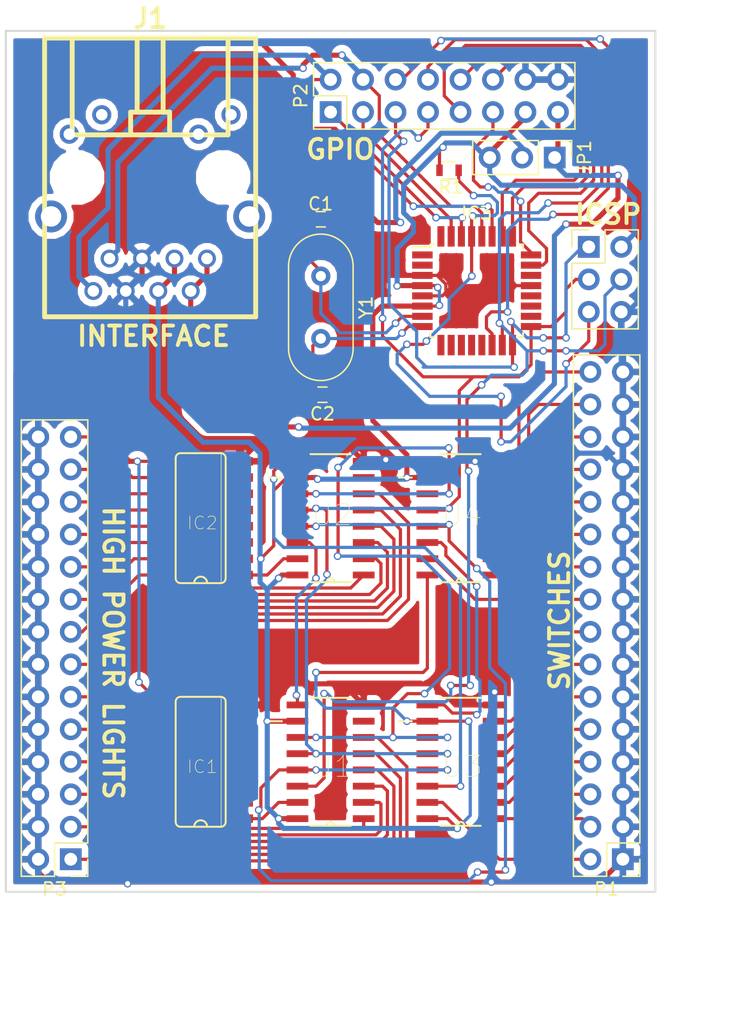
<source format=kicad_pcb>
(kicad_pcb (version 4) (host pcbnew 4.0.5)
  (layers (0 F.Cu signal) (31 B.Cu signal) (34 B.Paste user) (35 F.Paste user) (36 B.SilkS user) (37 F.SilkS user) (38 B.Mask user) (39 F.Mask user) (44 Edge.Cuts user))
  (net 0 "")
  (net 1 GND)
  (net 2 XTAL1)
  (net 3 XTAL2)
  (net 4 "Net-(IC1-Pad1)")
  (net 5 /L1)
  (net 6 "Net-(IC1-Pad2)")
  (net 7 "Net-(IC1-Pad3)")
  (net 8 /L2)
  (net 9 /L3)
  (net 10 "Net-(IC1-Pad4)")
  (net 11 /L4)
  (net 12 "Net-(IC1-Pad5)")
  (net 13 /L5)
  (net 14 "Net-(IC1-Pad6)")
  (net 15 "Net-(IC1-Pad7)")
  (net 16 /L6)
  (net 17 /L7)
  (net 18 /LIGHT_POWER)
  (net 19 "Net-(IC2-Pad1)")
  (net 20 /L8)
  (net 21 "Net-(IC2-Pad2)")
  (net 22 "Net-(IC2-Pad3)")
  (net 23 /L9)
  (net 24 /L10)
  (net 25 "Net-(IC2-Pad4)")
  (net 26 /L11)
  (net 27 "Net-(IC2-Pad5)")
  (net 28 /L12)
  (net 29 "Net-(IC2-Pad6)")
  (net 30 "Net-(IC2-Pad7)")
  (net 31 /L13)
  (net 32 /L14)
  (net 33 +12V)
  (net 34 +5V)
  (net 35 SCL)
  (net 36 "Net-(J1-Pad9)")
  (net 37 /SW1)
  (net 38 /SW2)
  (net 39 /SW3)
  (net 40 /SW4)
  (net 41 /SW5)
  (net 42 /SW6)
  (net 43 /SW7)
  (net 44 /SW8)
  (net 45 /SW9)
  (net 46 /SW10)
  (net 47 /SW11)
  (net 48 /SW12)
  (net 49 /SW13)
  (net 50 /SW14)
  (net 51 /SW15)
  (net 52 /SW16)
  (net 53 RX1)
  (net 54 SDA)
  (net 55 TX1)
  (net 56 MISO)
  (net 57 SS)
  (net 58 SCK)
  (net 59 MOSI)
  (net 60 ADC0)
  (net 61 ADC2)
  (net 62 ADC1)
  (net 63 ADC3)
  (net 64 "Net-(U1-Pad7)")
  (net 65 "Net-(U1-Pad9)")
  (net 66 /RCLK)
  (net 67 /OE)
  (net 68 "Net-(U2-Pad7)")
  (net 69 "Net-(U2-Pad9)")
  (net 70 "Net-(U3-Pad9)")
  (net 71 "Net-(U4-Pad9)")
  (net 72 PCINT19)
  (net 73 PCINT20)
  (net 74 PCINT21)
  (net 75 PCINT22)
  (net 76 PCINT23)
  (net 77 PCINT0)
  (net 78 PCINT1)
  (net 79 AVCC)
  (net 80 ADC6)
  (net 81 AREF)
  (net 82 ADC7)
  (net 83 RST)
  (net 84 PCINT18)
  (module Capacitors_SMD:C_0603 (layer F.Cu) (at 143.891 71.501 180)
    (fp_text reference C1 (at 0.021 1.201 180) (layer F.SilkS))
    (fp_text value "")
    (pad 1 smd rect (at -0.75 0 180) (size 0.8 0.75) (layers F.Cu F.Paste F.Mask) (net 1 GND))
    (pad 2 smd rect (at 0.75 0 180) (size 0.8 0.75) (layers F.Cu F.Paste F.Mask) (net 2 XTAL1))
  )
  (module Capacitors_SMD:C_0603 (layer F.Cu) (at 144.018 85.217 180)
    (fp_text reference C2 (at 0 -1.5 180) (layer F.SilkS))
    (fp_text value "")
    (pad 1 smd rect (at -0.75 0 180) (size 0.8 0.75) (layers F.Cu F.Paste F.Mask) (net 1 GND))
    (pad 2 smd rect (at 0.75 0 180) (size 0.8 0.75) (layers F.Cu F.Paste F.Mask) (net 3 XTAL2))
  )
  (module ULN2004A:SO16 (layer F.Cu) (at 134.493 113.919 90)
    (fp_text reference IC1 (at -0.381 0.127 180) (layer F.SilkS) (effects (font (thickness 0.05))))
    (fp_text value "" (at -0.889 0 90) (layer F.SilkS) (effects (font (thickness 0.05))))
    (pad 1 smd rect (at -4.445 3.0734 90) (size 0.6604 2.032) (layers F.Cu F.Paste F.Mask) (net 4 "Net-(IC1-Pad1)"))
    (pad 16 smd rect (at -4.445 -3.0734 90) (size 0.6604 2.032) (layers F.Cu F.Paste F.Mask) (net 5 /L1))
    (pad 2 smd rect (at -3.175 3.0734 90) (size 0.6604 2.032) (layers F.Cu F.Paste F.Mask) (net 6 "Net-(IC1-Pad2)"))
    (pad 3 smd rect (at -1.905 3.0734 90) (size 0.6604 2.032) (layers F.Cu F.Paste F.Mask) (net 7 "Net-(IC1-Pad3)"))
    (pad 15 smd rect (at -3.175 -3.0734 90) (size 0.6604 2.032) (layers F.Cu F.Paste F.Mask) (net 8 /L2))
    (pad 14 smd rect (at -1.905 -3.0734 90) (size 0.6604 2.032) (layers F.Cu F.Paste F.Mask) (net 9 /L3))
    (pad 4 smd rect (at -0.635 3.0734 90) (size 0.6604 2.032) (layers F.Cu F.Paste F.Mask) (net 10 "Net-(IC1-Pad4)"))
    (pad 13 smd rect (at -0.635 -3.0734 90) (size 0.6604 2.032) (layers F.Cu F.Paste F.Mask) (net 11 /L4))
    (pad 5 smd rect (at 0.635 3.0734 90) (size 0.6604 2.032) (layers F.Cu F.Paste F.Mask) (net 12 "Net-(IC1-Pad5)"))
    (pad 12 smd rect (at 0.635 -3.0734 90) (size 0.6604 2.032) (layers F.Cu F.Paste F.Mask) (net 13 /L5))
    (pad 6 smd rect (at 1.905 3.0734 90) (size 0.6604 2.032) (layers F.Cu F.Paste F.Mask) (net 14 "Net-(IC1-Pad6)"))
    (pad 7 smd rect (at 3.175 3.0734 90) (size 0.6604 2.032) (layers F.Cu F.Paste F.Mask) (net 15 "Net-(IC1-Pad7)"))
    (pad 11 smd rect (at 1.905 -3.0734 90) (size 0.6604 2.032) (layers F.Cu F.Paste F.Mask) (net 16 /L6))
    (pad 10 smd rect (at 3.175 -3.0734 90) (size 0.6604 2.032) (layers F.Cu F.Paste F.Mask) (net 17 /L7))
    (pad 8 smd rect (at 4.445 3.0734 90) (size 0.6604 2.032) (layers F.Cu F.Paste F.Mask) (net 1 GND))
    (pad 9 smd rect (at 4.445 -3.0734 90) (size 0.6604 2.032) (layers F.Cu F.Paste F.Mask) (net 18 /LIGHT_POWER))
  )
  (module ULN2004A:SO16 (layer F.Cu) (at 134.493 94.869 90)
    (fp_text reference IC2 (at -0.381 0.127 180) (layer F.SilkS) (effects (font (thickness 0.05))))
    (fp_text value "" (at -0.889 0 90) (layer F.SilkS) (effects (font (thickness 0.05))))
    (pad 1 smd rect (at -4.445 3.0734 90) (size 0.6604 2.032) (layers F.Cu F.Paste F.Mask) (net 19 "Net-(IC2-Pad1)"))
    (pad 16 smd rect (at -4.445 -3.0734 90) (size 0.6604 2.032) (layers F.Cu F.Paste F.Mask) (net 20 /L8))
    (pad 2 smd rect (at -3.175 3.0734 90) (size 0.6604 2.032) (layers F.Cu F.Paste F.Mask) (net 21 "Net-(IC2-Pad2)"))
    (pad 3 smd rect (at -1.905 3.0734 90) (size 0.6604 2.032) (layers F.Cu F.Paste F.Mask) (net 22 "Net-(IC2-Pad3)"))
    (pad 15 smd rect (at -3.175 -3.0734 90) (size 0.6604 2.032) (layers F.Cu F.Paste F.Mask) (net 23 /L9))
    (pad 14 smd rect (at -1.905 -3.0734 90) (size 0.6604 2.032) (layers F.Cu F.Paste F.Mask) (net 24 /L10))
    (pad 4 smd rect (at -0.635 3.0734 90) (size 0.6604 2.032) (layers F.Cu F.Paste F.Mask) (net 25 "Net-(IC2-Pad4)"))
    (pad 13 smd rect (at -0.635 -3.0734 90) (size 0.6604 2.032) (layers F.Cu F.Paste F.Mask) (net 26 /L11))
    (pad 5 smd rect (at 0.635 3.0734 90) (size 0.6604 2.032) (layers F.Cu F.Paste F.Mask) (net 27 "Net-(IC2-Pad5)"))
    (pad 12 smd rect (at 0.635 -3.0734 90) (size 0.6604 2.032) (layers F.Cu F.Paste F.Mask) (net 28 /L12))
    (pad 6 smd rect (at 1.905 3.0734 90) (size 0.6604 2.032) (layers F.Cu F.Paste F.Mask) (net 29 "Net-(IC2-Pad6)"))
    (pad 7 smd rect (at 3.175 3.0734 90) (size 0.6604 2.032) (layers F.Cu F.Paste F.Mask) (net 30 "Net-(IC2-Pad7)"))
    (pad 11 smd rect (at 1.905 -3.0734 90) (size 0.6604 2.032) (layers F.Cu F.Paste F.Mask) (net 31 /L13))
    (pad 10 smd rect (at 3.175 -3.0734 90) (size 0.6604 2.032) (layers F.Cu F.Paste F.Mask) (net 32 /L14))
    (pad 8 smd rect (at 4.445 3.0734 90) (size 0.6604 2.032) (layers F.Cu F.Paste F.Mask) (net 1 GND))
    (pad 9 smd rect (at 4.445 -3.0734 90) (size 0.6604 2.032) (layers F.Cu F.Paste F.Mask) (net 18 /LIGHT_POWER))
  )
  (module Pin_Headers:Pin_Header_Straight_1x03_Pitch2.54mm (layer F.Cu) (at 162.179 66.675 270)
    (fp_text reference JP1 (at 0 -2.33 270) (layer F.SilkS))
    (fp_text value "")
    (pad 1 thru_hole rect (at 0 0 270) (size 1.7 1.7) (drill 1) (layers *.Cu *.Mask) (net 33 +12V))
    (pad 2 thru_hole oval (at 0 2.54 270) (size 1.7 1.7) (drill 1) (layers *.Cu *.Mask) (net 18 /LIGHT_POWER))
    (pad 3 thru_hole oval (at 0 5.08 270) (size 1.7 1.7) (drill 1) (layers *.Cu *.Mask) (net 34 +5V))
  )
  (module Pin_Headers:Pin_Header_Straight_2x16_Pitch2.54mm (layer F.Cu) (at 167.513 121.539 180)
    (fp_text reference P1 (at 1.27 -2.33 180) (layer F.SilkS))
    (fp_text value "")
    (pad 1 thru_hole rect (at 0 0 180) (size 1.7 1.7) (drill 1) (layers *.Cu *.Mask) (net 1 GND))
    (pad 2 thru_hole oval (at 2.54 0 180) (size 1.7 1.7) (drill 1) (layers *.Cu *.Mask) (net 37 /SW1))
    (pad 3 thru_hole oval (at 0 2.54 180) (size 1.7 1.7) (drill 1) (layers *.Cu *.Mask) (net 1 GND))
    (pad 4 thru_hole oval (at 2.54 2.54 180) (size 1.7 1.7) (drill 1) (layers *.Cu *.Mask) (net 38 /SW2))
    (pad 5 thru_hole oval (at 0 5.08 180) (size 1.7 1.7) (drill 1) (layers *.Cu *.Mask) (net 1 GND))
    (pad 6 thru_hole oval (at 2.54 5.08 180) (size 1.7 1.7) (drill 1) (layers *.Cu *.Mask) (net 39 /SW3))
    (pad 7 thru_hole oval (at 0 7.62 180) (size 1.7 1.7) (drill 1) (layers *.Cu *.Mask) (net 1 GND))
    (pad 8 thru_hole oval (at 2.54 7.62 180) (size 1.7 1.7) (drill 1) (layers *.Cu *.Mask) (net 40 /SW4))
    (pad 9 thru_hole oval (at 0 10.16 180) (size 1.7 1.7) (drill 1) (layers *.Cu *.Mask) (net 1 GND))
    (pad 10 thru_hole oval (at 2.54 10.16 180) (size 1.7 1.7) (drill 1) (layers *.Cu *.Mask) (net 41 /SW5))
    (pad 11 thru_hole oval (at 0 12.7 180) (size 1.7 1.7) (drill 1) (layers *.Cu *.Mask) (net 1 GND))
    (pad 12 thru_hole oval (at 2.54 12.7 180) (size 1.7 1.7) (drill 1) (layers *.Cu *.Mask) (net 42 /SW6))
    (pad 13 thru_hole oval (at 0 15.24 180) (size 1.7 1.7) (drill 1) (layers *.Cu *.Mask) (net 1 GND))
    (pad 14 thru_hole oval (at 2.54 15.24 180) (size 1.7 1.7) (drill 1) (layers *.Cu *.Mask) (net 43 /SW7))
    (pad 15 thru_hole oval (at 0 17.78 180) (size 1.7 1.7) (drill 1) (layers *.Cu *.Mask) (net 1 GND))
    (pad 16 thru_hole oval (at 2.54 17.78 180) (size 1.7 1.7) (drill 1) (layers *.Cu *.Mask) (net 44 /SW8))
    (pad 17 thru_hole oval (at 0 20.32 180) (size 1.7 1.7) (drill 1) (layers *.Cu *.Mask) (net 1 GND))
    (pad 18 thru_hole oval (at 2.54 20.32 180) (size 1.7 1.7) (drill 1) (layers *.Cu *.Mask) (net 45 /SW9))
    (pad 19 thru_hole oval (at 0 22.86 180) (size 1.7 1.7) (drill 1) (layers *.Cu *.Mask) (net 1 GND))
    (pad 20 thru_hole oval (at 2.54 22.86 180) (size 1.7 1.7) (drill 1) (layers *.Cu *.Mask) (net 46 /SW10))
    (pad 21 thru_hole oval (at 0 25.4 180) (size 1.7 1.7) (drill 1) (layers *.Cu *.Mask) (net 1 GND))
    (pad 22 thru_hole oval (at 2.54 25.4 180) (size 1.7 1.7) (drill 1) (layers *.Cu *.Mask) (net 47 /SW11))
    (pad 23 thru_hole oval (at 0 27.94 180) (size 1.7 1.7) (drill 1) (layers *.Cu *.Mask) (net 1 GND))
    (pad 24 thru_hole oval (at 2.54 27.94 180) (size 1.7 1.7) (drill 1) (layers *.Cu *.Mask) (net 48 /SW12))
    (pad 25 thru_hole oval (at 0 30.48 180) (size 1.7 1.7) (drill 1) (layers *.Cu *.Mask) (net 1 GND))
    (pad 26 thru_hole oval (at 2.54 30.48 180) (size 1.7 1.7) (drill 1) (layers *.Cu *.Mask) (net 49 /SW13))
    (pad 27 thru_hole oval (at 0 33.02 180) (size 1.7 1.7) (drill 1) (layers *.Cu *.Mask) (net 1 GND))
    (pad 28 thru_hole oval (at 2.54 33.02 180) (size 1.7 1.7) (drill 1) (layers *.Cu *.Mask) (net 50 /SW14))
    (pad 29 thru_hole oval (at 0 35.56 180) (size 1.7 1.7) (drill 1) (layers *.Cu *.Mask) (net 1 GND))
    (pad 30 thru_hole oval (at 2.54 35.56 180) (size 1.7 1.7) (drill 1) (layers *.Cu *.Mask) (net 51 /SW15))
    (pad 31 thru_hole oval (at 0 38.1 180) (size 1.7 1.7) (drill 1) (layers *.Cu *.Mask) (net 1 GND))
    (pad 32 thru_hole oval (at 2.54 38.1 180) (size 1.7 1.7) (drill 1) (layers *.Cu *.Mask) (net 52 /SW16))
  )
  (module Pin_Headers:Pin_Header_Straight_2x08_Pitch2.54mm (layer F.Cu) (at 144.653 63.119 90)
    (fp_text reference P2 (at 1.27 -2.33 90) (layer F.SilkS))
    (fp_text value "")
    (pad 1 thru_hole rect (at 0 0 90) (size 1.7 1.7) (drill 1) (layers *.Cu *.Mask) (net 53 RX1))
    (pad 2 thru_hole oval (at 2.54 0 90) (size 1.7 1.7) (drill 1) (layers *.Cu *.Mask) (net 54 SDA))
    (pad 3 thru_hole oval (at 0 2.54 90) (size 1.7 1.7) (drill 1) (layers *.Cu *.Mask) (net 55 TX1))
    (pad 4 thru_hole oval (at 2.54 2.54 90) (size 1.7 1.7) (drill 1) (layers *.Cu *.Mask) (net 35 SCL))
    (pad 5 thru_hole oval (at 0 5.08 90) (size 1.7 1.7) (drill 1) (layers *.Cu *.Mask) (net 56 MISO))
    (pad 6 thru_hole oval (at 2.54 5.08 90) (size 1.7 1.7) (drill 1) (layers *.Cu *.Mask) (net 57 SS))
    (pad 7 thru_hole oval (at 0 7.62 90) (size 1.7 1.7) (drill 1) (layers *.Cu *.Mask) (net 58 SCK))
    (pad 8 thru_hole oval (at 2.54 7.62 90) (size 1.7 1.7) (drill 1) (layers *.Cu *.Mask) (net 59 MOSI))
    (pad 9 thru_hole oval (at 0 10.16 90) (size 1.7 1.7) (drill 1) (layers *.Cu *.Mask) (net 60 ADC0))
    (pad 10 thru_hole oval (at 2.54 10.16 90) (size 1.7 1.7) (drill 1) (layers *.Cu *.Mask) (net 61 ADC2))
    (pad 11 thru_hole oval (at 0 12.7 90) (size 1.7 1.7) (drill 1) (layers *.Cu *.Mask) (net 62 ADC1))
    (pad 12 thru_hole oval (at 2.54 12.7 90) (size 1.7 1.7) (drill 1) (layers *.Cu *.Mask) (net 63 ADC3))
    (pad 13 thru_hole oval (at 0 15.24 90) (size 1.7 1.7) (drill 1) (layers *.Cu *.Mask) (net 34 +5V))
    (pad 14 thru_hole oval (at 2.54 15.24 90) (size 1.7 1.7) (drill 1) (layers *.Cu *.Mask) (net 1 GND))
    (pad 15 thru_hole oval (at 0 17.78 90) (size 1.7 1.7) (drill 1) (layers *.Cu *.Mask) (net 33 +12V))
    (pad 16 thru_hole oval (at 2.54 17.78 90) (size 1.7 1.7) (drill 1) (layers *.Cu *.Mask) (net 1 GND))
  )
  (module Pin_Headers:Pin_Header_Straight_2x14_Pitch2.54mm (layer F.Cu) (at 124.333 121.539 180)
    (fp_text reference P3 (at 1.27 -2.33 180) (layer F.SilkS))
    (fp_text value LIGHTS)
    (pad 1 thru_hole rect (at 0 0 180) (size 1.7 1.7) (drill 1) (layers *.Cu *.Mask) (net 5 /L1))
    (pad 2 thru_hole oval (at 2.54 0 180) (size 1.7 1.7) (drill 1) (layers *.Cu *.Mask) (net 1 GND))
    (pad 3 thru_hole oval (at 0 2.54 180) (size 1.7 1.7) (drill 1) (layers *.Cu *.Mask) (net 8 /L2))
    (pad 4 thru_hole oval (at 2.54 2.54 180) (size 1.7 1.7) (drill 1) (layers *.Cu *.Mask) (net 1 GND))
    (pad 5 thru_hole oval (at 0 5.08 180) (size 1.7 1.7) (drill 1) (layers *.Cu *.Mask) (net 9 /L3))
    (pad 6 thru_hole oval (at 2.54 5.08 180) (size 1.7 1.7) (drill 1) (layers *.Cu *.Mask) (net 1 GND))
    (pad 7 thru_hole oval (at 0 7.62 180) (size 1.7 1.7) (drill 1) (layers *.Cu *.Mask) (net 11 /L4))
    (pad 8 thru_hole oval (at 2.54 7.62 180) (size 1.7 1.7) (drill 1) (layers *.Cu *.Mask) (net 1 GND))
    (pad 9 thru_hole oval (at 0 10.16 180) (size 1.7 1.7) (drill 1) (layers *.Cu *.Mask) (net 13 /L5))
    (pad 10 thru_hole oval (at 2.54 10.16 180) (size 1.7 1.7) (drill 1) (layers *.Cu *.Mask) (net 1 GND))
    (pad 11 thru_hole oval (at 0 12.7 180) (size 1.7 1.7) (drill 1) (layers *.Cu *.Mask) (net 16 /L6))
    (pad 12 thru_hole oval (at 2.54 12.7 180) (size 1.7 1.7) (drill 1) (layers *.Cu *.Mask) (net 1 GND))
    (pad 13 thru_hole oval (at 0 15.24 180) (size 1.7 1.7) (drill 1) (layers *.Cu *.Mask) (net 17 /L7))
    (pad 14 thru_hole oval (at 2.54 15.24 180) (size 1.7 1.7) (drill 1) (layers *.Cu *.Mask) (net 1 GND))
    (pad 15 thru_hole oval (at 0 17.78 180) (size 1.7 1.7) (drill 1) (layers *.Cu *.Mask) (net 20 /L8))
    (pad 16 thru_hole oval (at 2.54 17.78 180) (size 1.7 1.7) (drill 1) (layers *.Cu *.Mask) (net 1 GND))
    (pad 17 thru_hole oval (at 0 20.32 180) (size 1.7 1.7) (drill 1) (layers *.Cu *.Mask) (net 23 /L9))
    (pad 18 thru_hole oval (at 2.54 20.32 180) (size 1.7 1.7) (drill 1) (layers *.Cu *.Mask) (net 1 GND))
    (pad 19 thru_hole oval (at 0 22.86 180) (size 1.7 1.7) (drill 1) (layers *.Cu *.Mask) (net 24 /L10))
    (pad 20 thru_hole oval (at 2.54 22.86 180) (size 1.7 1.7) (drill 1) (layers *.Cu *.Mask) (net 1 GND))
    (pad 21 thru_hole oval (at 0 25.4 180) (size 1.7 1.7) (drill 1) (layers *.Cu *.Mask) (net 26 /L11))
    (pad 22 thru_hole oval (at 2.54 25.4 180) (size 1.7 1.7) (drill 1) (layers *.Cu *.Mask) (net 1 GND))
    (pad 23 thru_hole oval (at 0 27.94 180) (size 1.7 1.7) (drill 1) (layers *.Cu *.Mask) (net 28 /L12))
    (pad 24 thru_hole oval (at 2.54 27.94 180) (size 1.7 1.7) (drill 1) (layers *.Cu *.Mask) (net 1 GND))
    (pad 25 thru_hole oval (at 0 30.48 180) (size 1.7 1.7) (drill 1) (layers *.Cu *.Mask) (net 31 /L13))
    (pad 26 thru_hole oval (at 2.54 30.48 180) (size 1.7 1.7) (drill 1) (layers *.Cu *.Mask) (net 1 GND))
    (pad 27 thru_hole oval (at 0 33.02 180) (size 1.7 1.7) (drill 1) (layers *.Cu *.Mask) (net 32 /L14))
    (pad 28 thru_hole oval (at 2.54 33.02 180) (size 1.7 1.7) (drill 1) (layers *.Cu *.Mask) (net 1 GND))
  )
  (module SOIC127P600X175-16N (layer F.Cu) (at 144.653 113.919 180)
    (fp_text reference U1 (at -0.127 -0.381 180) (layer F.SilkS) (effects (font (size 1.64 1.64) (thickness 0.05))))
    (fp_text value "" (at 1.7526 7.2136 180) (layer F.SilkS) (effects (font (size 1.64 1.64) (thickness 0.05))))
    (pad 1 smd rect (at -2.5908 -4.445 180) (size 1.7018 0.5334) (layers F.Cu F.Paste F.Mask) (net 6 "Net-(IC1-Pad2)"))
    (pad 2 smd rect (at -2.5908 -3.175 180) (size 1.7018 0.5334) (layers F.Cu F.Paste F.Mask) (net 7 "Net-(IC1-Pad3)"))
    (pad 3 smd rect (at -2.5908 -1.905 180) (size 1.7018 0.5334) (layers F.Cu F.Paste F.Mask) (net 10 "Net-(IC1-Pad4)"))
    (pad 4 smd rect (at -2.5908 -0.635 180) (size 1.7018 0.5334) (layers F.Cu F.Paste F.Mask) (net 12 "Net-(IC1-Pad5)"))
    (pad 5 smd rect (at -2.5908 0.635 180) (size 1.7018 0.5334) (layers F.Cu F.Paste F.Mask) (net 14 "Net-(IC1-Pad6)"))
    (pad 6 smd rect (at -2.5908 1.905 180) (size 1.7018 0.5334) (layers F.Cu F.Paste F.Mask) (net 15 "Net-(IC1-Pad7)"))
    (pad 7 smd rect (at -2.5908 3.175 180) (size 1.7018 0.5334) (layers F.Cu F.Paste F.Mask) (net 64 "Net-(U1-Pad7)"))
    (pad 8 smd rect (at -2.5908 4.445 180) (size 1.7018 0.5334) (layers F.Cu F.Paste F.Mask) (net 1 GND))
    (pad 9 smd rect (at 2.5908 4.445 180) (size 1.7018 0.5334) (layers F.Cu F.Paste F.Mask) (net 65 "Net-(U1-Pad9)"))
    (pad 10 smd rect (at 2.5908 3.175 180) (size 1.7018 0.5334) (layers F.Cu F.Paste F.Mask) (net 34 +5V))
    (pad 11 smd rect (at 2.5908 1.905 180) (size 1.7018 0.5334) (layers F.Cu F.Paste F.Mask) (net 66 /RCLK))
    (pad 12 smd rect (at 2.5908 0.635 180) (size 1.7018 0.5334) (layers F.Cu F.Paste F.Mask) (net 58 SCK))
    (pad 13 smd rect (at 2.5908 -0.635 180) (size 1.7018 0.5334) (layers F.Cu F.Paste F.Mask) (net 67 /OE))
    (pad 14 smd rect (at 2.5908 -1.905 180) (size 1.7018 0.5334) (layers F.Cu F.Paste F.Mask) (net 59 MOSI))
    (pad 15 smd rect (at 2.5908 -3.175 180) (size 1.7018 0.5334) (layers F.Cu F.Paste F.Mask) (net 4 "Net-(IC1-Pad1)"))
    (pad 16 smd rect (at 2.5908 -4.445 180) (size 1.7018 0.5334) (layers F.Cu F.Paste F.Mask) (net 34 +5V))
  )
  (module SOIC127P600X175-16N (layer F.Cu) (at 144.653 94.869 180)
    (fp_text reference U2 (at -0.127 0.254 180) (layer F.SilkS) (effects (font (size 1.64 1.64) (thickness 0.05))))
    (fp_text value "" (at 1.7526 7.2136 180) (layer F.SilkS) (effects (font (size 1.64 1.64) (thickness 0.05))))
    (pad 1 smd rect (at -2.5908 -4.445 180) (size 1.7018 0.5334) (layers F.Cu F.Paste F.Mask) (net 21 "Net-(IC2-Pad2)"))
    (pad 2 smd rect (at -2.5908 -3.175 180) (size 1.7018 0.5334) (layers F.Cu F.Paste F.Mask) (net 22 "Net-(IC2-Pad3)"))
    (pad 3 smd rect (at -2.5908 -1.905 180) (size 1.7018 0.5334) (layers F.Cu F.Paste F.Mask) (net 25 "Net-(IC2-Pad4)"))
    (pad 4 smd rect (at -2.5908 -0.635 180) (size 1.7018 0.5334) (layers F.Cu F.Paste F.Mask) (net 27 "Net-(IC2-Pad5)"))
    (pad 5 smd rect (at -2.5908 0.635 180) (size 1.7018 0.5334) (layers F.Cu F.Paste F.Mask) (net 29 "Net-(IC2-Pad6)"))
    (pad 6 smd rect (at -2.5908 1.905 180) (size 1.7018 0.5334) (layers F.Cu F.Paste F.Mask) (net 30 "Net-(IC2-Pad7)"))
    (pad 7 smd rect (at -2.5908 3.175 180) (size 1.7018 0.5334) (layers F.Cu F.Paste F.Mask) (net 68 "Net-(U2-Pad7)"))
    (pad 8 smd rect (at -2.5908 4.445 180) (size 1.7018 0.5334) (layers F.Cu F.Paste F.Mask) (net 1 GND))
    (pad 9 smd rect (at 2.5908 4.445 180) (size 1.7018 0.5334) (layers F.Cu F.Paste F.Mask) (net 69 "Net-(U2-Pad9)"))
    (pad 10 smd rect (at 2.5908 3.175 180) (size 1.7018 0.5334) (layers F.Cu F.Paste F.Mask) (net 34 +5V))
    (pad 11 smd rect (at 2.5908 1.905 180) (size 1.7018 0.5334) (layers F.Cu F.Paste F.Mask) (net 66 /RCLK))
    (pad 12 smd rect (at 2.5908 0.635 180) (size 1.7018 0.5334) (layers F.Cu F.Paste F.Mask) (net 58 SCK))
    (pad 13 smd rect (at 2.5908 -0.635 180) (size 1.7018 0.5334) (layers F.Cu F.Paste F.Mask) (net 67 /OE))
    (pad 14 smd rect (at 2.5908 -1.905 180) (size 1.7018 0.5334) (layers F.Cu F.Paste F.Mask) (net 65 "Net-(U1-Pad9)"))
    (pad 15 smd rect (at 2.5908 -3.175 180) (size 1.7018 0.5334) (layers F.Cu F.Paste F.Mask) (net 19 "Net-(IC2-Pad1)"))
    (pad 16 smd rect (at 2.5908 -4.445 180) (size 1.7018 0.5334) (layers F.Cu F.Paste F.Mask) (net 34 +5V))
  )
  (module SOIC127P600X175-16N (layer F.Cu) (at 154.813 113.919 180)
    (fp_text reference U3 (at -0.127 -0.381 180) (layer F.SilkS) (effects (font (size 1.64 1.64) (thickness 0.05))))
    (fp_text value "" (at 1.7526 7.2136 180) (layer F.SilkS) (effects (font (size 1.64 1.64) (thickness 0.05))))
    (pad 1 smd rect (at -2.5908 -4.445 180) (size 1.7018 0.5334) (layers F.Cu F.Paste F.Mask) (net 38 /SW2))
    (pad 2 smd rect (at -2.5908 -3.175 180) (size 1.7018 0.5334) (layers F.Cu F.Paste F.Mask) (net 39 /SW3))
    (pad 3 smd rect (at -2.5908 -1.905 180) (size 1.7018 0.5334) (layers F.Cu F.Paste F.Mask) (net 40 /SW4))
    (pad 4 smd rect (at -2.5908 -0.635 180) (size 1.7018 0.5334) (layers F.Cu F.Paste F.Mask) (net 41 /SW5))
    (pad 5 smd rect (at -2.5908 0.635 180) (size 1.7018 0.5334) (layers F.Cu F.Paste F.Mask) (net 42 /SW6))
    (pad 6 smd rect (at -2.5908 1.905 180) (size 1.7018 0.5334) (layers F.Cu F.Paste F.Mask) (net 43 /SW7))
    (pad 7 smd rect (at -2.5908 3.175 180) (size 1.7018 0.5334) (layers F.Cu F.Paste F.Mask) (net 44 /SW8))
    (pad 8 smd rect (at -2.5908 4.445 180) (size 1.7018 0.5334) (layers F.Cu F.Paste F.Mask) (net 1 GND))
    (pad 9 smd rect (at 2.5908 4.445 180) (size 1.7018 0.5334) (layers F.Cu F.Paste F.Mask) (net 70 "Net-(U3-Pad9)"))
    (pad 10 smd rect (at 2.5908 3.175 180) (size 1.7018 0.5334) (layers F.Cu F.Paste F.Mask) (net 34 +5V))
    (pad 11 smd rect (at 2.5908 1.905 180) (size 1.7018 0.5334) (layers F.Cu F.Paste F.Mask) (net 66 /RCLK))
    (pad 12 smd rect (at 2.5908 0.635 180) (size 1.7018 0.5334) (layers F.Cu F.Paste F.Mask) (net 58 SCK))
    (pad 13 smd rect (at 2.5908 -0.635 180) (size 1.7018 0.5334) (layers F.Cu F.Paste F.Mask) (net 67 /OE))
    (pad 14 smd rect (at 2.5908 -1.905 180) (size 1.7018 0.5334) (layers F.Cu F.Paste F.Mask) (net 69 "Net-(U2-Pad9)"))
    (pad 15 smd rect (at 2.5908 -3.175 180) (size 1.7018 0.5334) (layers F.Cu F.Paste F.Mask) (net 37 /SW1))
    (pad 16 smd rect (at 2.5908 -4.445 180) (size 1.7018 0.5334) (layers F.Cu F.Paste F.Mask) (net 34 +5V))
  )
  (module SOIC127P600X175-16N (layer F.Cu) (at 154.813 94.869 180)
    (fp_text reference U4 (at -0.127 0.254 180) (layer F.SilkS) (effects (font (size 1.64 1.64) (thickness 0.05))))
    (fp_text value "" (at 1.7526 7.2136 180) (layer F.SilkS) (effects (font (size 1.64 1.64) (thickness 0.05))))
    (pad 1 smd rect (at -2.5908 -4.445 180) (size 1.7018 0.5334) (layers F.Cu F.Paste F.Mask) (net 46 /SW10))
    (pad 2 smd rect (at -2.5908 -3.175 180) (size 1.7018 0.5334) (layers F.Cu F.Paste F.Mask) (net 47 /SW11))
    (pad 3 smd rect (at -2.5908 -1.905 180) (size 1.7018 0.5334) (layers F.Cu F.Paste F.Mask) (net 48 /SW12))
    (pad 4 smd rect (at -2.5908 -0.635 180) (size 1.7018 0.5334) (layers F.Cu F.Paste F.Mask) (net 49 /SW13))
    (pad 5 smd rect (at -2.5908 0.635 180) (size 1.7018 0.5334) (layers F.Cu F.Paste F.Mask) (net 50 /SW14))
    (pad 6 smd rect (at -2.5908 1.905 180) (size 1.7018 0.5334) (layers F.Cu F.Paste F.Mask) (net 51 /SW15))
    (pad 7 smd rect (at -2.5908 3.175 180) (size 1.7018 0.5334) (layers F.Cu F.Paste F.Mask) (net 52 /SW16))
    (pad 8 smd rect (at -2.5908 4.445 180) (size 1.7018 0.5334) (layers F.Cu F.Paste F.Mask) (net 1 GND))
    (pad 9 smd rect (at 2.5908 4.445 180) (size 1.7018 0.5334) (layers F.Cu F.Paste F.Mask) (net 71 "Net-(U4-Pad9)"))
    (pad 10 smd rect (at 2.5908 3.175 180) (size 1.7018 0.5334) (layers F.Cu F.Paste F.Mask) (net 34 +5V))
    (pad 11 smd rect (at 2.5908 1.905 180) (size 1.7018 0.5334) (layers F.Cu F.Paste F.Mask) (net 66 /RCLK))
    (pad 12 smd rect (at 2.5908 0.635 180) (size 1.7018 0.5334) (layers F.Cu F.Paste F.Mask) (net 58 SCK))
    (pad 13 smd rect (at 2.5908 -0.635 180) (size 1.7018 0.5334) (layers F.Cu F.Paste F.Mask) (net 67 /OE))
    (pad 14 smd rect (at 2.5908 -1.905 180) (size 1.7018 0.5334) (layers F.Cu F.Paste F.Mask) (net 70 "Net-(U3-Pad9)"))
    (pad 15 smd rect (at 2.5908 -3.175 180) (size 1.7018 0.5334) (layers F.Cu F.Paste F.Mask) (net 45 /SW9))
    (pad 16 smd rect (at 2.5908 -4.445 180) (size 1.7018 0.5334) (layers F.Cu F.Paste F.Mask) (net 34 +5V))
  )
  (module Crystals:Crystal_HC49-4H_Vertical (layer F.Cu) (at 143.891 75.946 270)
    (fp_text reference Y1 (at 2.44 -3.525 270) (layer F.SilkS))
    (fp_text value "")
    (pad 1 thru_hole circle (at 0 0 270) (size 1.5 1.5) (drill 0.8) (layers *.Cu *.Mask) (net 2 XTAL1))
    (pad 2 thru_hole circle (at 4.88 0 270) (size 1.5 1.5) (drill 0.8) (layers *.Cu *.Mask) (net 3 XTAL2))
  )
  (module Housings_QFP:TQFP-32_7x7mm_Pitch0.8mm (layer F.Cu) (at 156.083 77.089)
    (fp_text reference IC3 (at 0 -6.05) (layer F.SilkS))
    (fp_text value "")
    (pad 1 smd rect (at -4.25 -2.8) (size 1.6 0.55) (layers F.Cu F.Paste F.Mask) (net 72 PCINT19))
    (pad 2 smd rect (at -4.25 -2) (size 1.6 0.55) (layers F.Cu F.Paste F.Mask) (net 73 PCINT20))
    (pad 3 smd rect (at -4.25 -1.2) (size 1.6 0.55) (layers F.Cu F.Paste F.Mask) (net 1 GND))
    (pad 4 smd rect (at -4.25 -0.4) (size 1.6 0.55) (layers F.Cu F.Paste F.Mask) (net 34 +5V))
    (pad 5 smd rect (at -4.25 0.4) (size 1.6 0.55) (layers F.Cu F.Paste F.Mask) (net 1 GND))
    (pad 6 smd rect (at -4.25 1.2) (size 1.6 0.55) (layers F.Cu F.Paste F.Mask) (net 34 +5V))
    (pad 7 smd rect (at -4.25 2) (size 1.6 0.55) (layers F.Cu F.Paste F.Mask) (net 2 XTAL1))
    (pad 8 smd rect (at -4.25 2.8) (size 1.6 0.55) (layers F.Cu F.Paste F.Mask) (net 3 XTAL2))
    (pad 9 smd rect (at -2.8 4.25 90) (size 1.6 0.55) (layers F.Cu F.Paste F.Mask) (net 74 PCINT21))
    (pad 10 smd rect (at -2 4.25 90) (size 1.6 0.55) (layers F.Cu F.Paste F.Mask) (net 75 PCINT22))
    (pad 11 smd rect (at -1.2 4.25 90) (size 1.6 0.55) (layers F.Cu F.Paste F.Mask) (net 76 PCINT23))
    (pad 12 smd rect (at -0.4 4.25 90) (size 1.6 0.55) (layers F.Cu F.Paste F.Mask) (net 77 PCINT0))
    (pad 13 smd rect (at 0.4 4.25 90) (size 1.6 0.55) (layers F.Cu F.Paste F.Mask) (net 78 PCINT1))
    (pad 14 smd rect (at 1.2 4.25 90) (size 1.6 0.55) (layers F.Cu F.Paste F.Mask) (net 57 SS))
    (pad 15 smd rect (at 2 4.25 90) (size 1.6 0.55) (layers F.Cu F.Paste F.Mask) (net 59 MOSI))
    (pad 16 smd rect (at 2.8 4.25 90) (size 1.6 0.55) (layers F.Cu F.Paste F.Mask) (net 56 MISO))
    (pad 17 smd rect (at 4.25 2.8) (size 1.6 0.55) (layers F.Cu F.Paste F.Mask) (net 58 SCK))
    (pad 18 smd rect (at 4.25 2) (size 1.6 0.55) (layers F.Cu F.Paste F.Mask) (net 79 AVCC))
    (pad 19 smd rect (at 4.25 1.2) (size 1.6 0.55) (layers F.Cu F.Paste F.Mask) (net 80 ADC6))
    (pad 20 smd rect (at 4.25 0.4) (size 1.6 0.55) (layers F.Cu F.Paste F.Mask) (net 81 AREF))
    (pad 21 smd rect (at 4.25 -0.4) (size 1.6 0.55) (layers F.Cu F.Paste F.Mask) (net 1 GND))
    (pad 22 smd rect (at 4.25 -1.2) (size 1.6 0.55) (layers F.Cu F.Paste F.Mask) (net 82 ADC7))
    (pad 23 smd rect (at 4.25 -2) (size 1.6 0.55) (layers F.Cu F.Paste F.Mask) (net 60 ADC0))
    (pad 24 smd rect (at 4.25 -2.8) (size 1.6 0.55) (layers F.Cu F.Paste F.Mask) (net 62 ADC1))
    (pad 25 smd rect (at 2.8 -4.25 90) (size 1.6 0.55) (layers F.Cu F.Paste F.Mask) (net 61 ADC2))
    (pad 26 smd rect (at 2 -4.25 90) (size 1.6 0.55) (layers F.Cu F.Paste F.Mask) (net 63 ADC3))
    (pad 27 smd rect (at 1.2 -4.25 90) (size 1.6 0.55) (layers F.Cu F.Paste F.Mask) (net 54 SDA))
    (pad 28 smd rect (at 0.4 -4.25 90) (size 1.6 0.55) (layers F.Cu F.Paste F.Mask) (net 35 SCL))
    (pad 29 smd rect (at -0.4 -4.25 90) (size 1.6 0.55) (layers F.Cu F.Paste F.Mask) (net 83 RST))
    (pad 30 smd rect (at -1.2 -4.25 90) (size 1.6 0.55) (layers F.Cu F.Paste F.Mask) (net 53 RX1))
    (pad 31 smd rect (at -2 -4.25 90) (size 1.6 0.55) (layers F.Cu F.Paste F.Mask) (net 55 TX1))
    (pad 32 smd rect (at -2.8 -4.25 90) (size 1.6 0.55) (layers F.Cu F.Paste F.Mask) (net 84 PCINT18))
  )
  (module w_conn_pc:rj45-wiznet-rb1-125bag1a (layer F.Cu) (at 130.54 68.23 180)
    (fp_text reference J1 (at 0 12.446 180) (layer F.SilkS) (effects (font (thickness 0.3048))))
    (fp_text value INTERFACE (at -0.27 -12.415 180) (layer F.SilkS) (effects (font (thickness 0.3048))))
    (pad 3 thru_hole circle (at -1.905 -6.34 180) (size 1.4 1.4) (drill 0.9) (layers *.Cu *.Mask) (net 34 +5V))
    (pad 1 thru_hole circle (at -4.445 -6.34 180) (size 1.4 1.4) (drill 0.9) (layers *.Cu *.Mask) (net 33 +12V))
    (pad 2 thru_hole circle (at -3.175 -8.88 180) (size 1.4 1.4) (drill 0.9) (layers *.Cu *.Mask) (net 33 +12V))
    (pad 4 thru_hole circle (at -0.635 -8.88 180) (size 1.4 1.4) (drill 0.9) (layers *.Cu *.Mask) (net 34 +5V))
    (pad 5 thru_hole circle (at 0.635 -6.34 180) (size 1.4 1.4) (drill 0.9) (layers *.Cu *.Mask) (net 1 GND))
    (pad 6 thru_hole circle (at 1.905 -8.88 180) (size 1.4 1.4) (drill 0.9) (layers *.Cu *.Mask) (net 1 GND))
    (pad 7 thru_hole circle (at 3.175 -6.34 180) (size 1.4 1.4) (drill 0.9) (layers *.Cu *.Mask) (net 35 SCL))
    (pad 8 thru_hole circle (at 4.445 -8.88 180) (size 1.4 1.4) (drill 0.9) (layers *.Cu *.Mask) (net 54 SDA))
    (pad 13 thru_hole circle (at -7.75 -3.05 180) (size 2.5 2.5) (drill 1.6) (layers *.Cu *.Mask))
    (pad 13 thru_hole circle (at 7.75 -3.05 180) (size 2.5 2.5) (drill 1.6) (layers *.Cu *.Mask))
    (pad "" np_thru_hole circle (at -5.715 0 180) (size 3.25 3.25) (drill 3.25) (layers *.Cu))
    (pad "" np_thru_hole circle (at 5.715 0 180) (size 3.25 3.25) (drill 3.25) (layers *.Cu))
    (pad 10 thru_hole circle (at 3.785 4.9 180) (size 1.5 1.5) (drill 0.9) (layers *.Cu *.Mask))
    (pad 9 thru_hole circle (at 6.325 3.38 180) (size 1.5 1.5) (drill 0.9) (layers *.Cu *.Mask) (net 36 "Net-(J1-Pad9)"))
    (pad 12 thru_hole circle (at -6.325 4.9 180) (size 1.5 1.5) (drill 0.9) (layers *.Cu *.Mask))
    (pad 11 thru_hole circle (at -3.785 3.38 180) (size 1.5 1.5) (drill 0.9) (layers *.Cu *.Mask))
  )
  (module Pin_Headers:Pin_Header_Straight_2x03_Pitch2.54mm (layer F.Cu) (at 164.846 73.66)
    (fp_text reference "" (at 1.27 -2.33) (layer F.SilkS))
    (fp_text value "")
    (pad 1 thru_hole rect (at 0 0) (size 1.7 1.7) (drill 1) (layers *.Cu *.Mask) (net 56 MISO))
    (pad 2 thru_hole oval (at 2.54 0) (size 1.7 1.7) (drill 1) (layers *.Cu *.Mask) (net 34 +5V))
    (pad 3 thru_hole oval (at 0 2.54) (size 1.7 1.7) (drill 1) (layers *.Cu *.Mask) (net 58 SCK))
    (pad 4 thru_hole oval (at 2.54 2.54) (size 1.7 1.7) (drill 1) (layers *.Cu *.Mask) (net 59 MOSI))
    (pad 5 thru_hole oval (at 0 5.08) (size 1.7 1.7) (drill 1) (layers *.Cu *.Mask) (net 83 RST))
    (pad 6 thru_hole oval (at 2.54 5.08) (size 1.7 1.7) (drill 1) (layers *.Cu *.Mask) (net 1 GND))
  )
  (module Resistors_SMD:R_0603 (layer F.Cu) (at 153.92 67.67)
    (fp_text reference R1 (at 0.15 1.3) (layer F.SilkS))
    (fp_text value "")
    (pad 1 smd rect (at -0.75 0) (size 0.5 0.9) (layers F.Cu F.Paste F.Mask) (net 34 +5V))
    (pad 2 smd rect (at 0.75 0) (size 0.5 0.9) (layers F.Cu F.Paste F.Mask) (net 83 RST))
  )
  (module custom:logomark.soldermask (layer B.Cu) (at 132.08 115.57 270)
    (fp_text reference G*** hide)
    (fp_text value LOGO hide)
  )
  (gr_text GPIO (at 145.415 66.04) (layer F.SilkS) (effects (font (size 1.5 1.5) (thickness 0.3))))
  (gr_text ICSP (at 166.37 71.12) (layer F.SilkS) (effects (font (size 1.5 1.5) (thickness 0.3))))
  (gr_text SWITCHES (at 162.56 102.87 90) (layer F.SilkS) (effects (font (size 1.5 1.5) (thickness 0.3))))
  (gr_text "HIGH POWER LIGHTS" (at 127.635 105.41 270) (layer F.SilkS) (effects (font (size 1.5 1.5) (thickness 0.3))))
  (gr_line (start 170.053 56.769) (end 119.253 56.769) (angle 90) (layer Edge.Cuts) (width 0.15))
  (gr_line (start 170.053 58.039) (end 170.053 56.769) (angle 90) (layer Edge.Cuts) (width 0.15))
  (gr_line (start 170.053 124.079) (end 170.053 58.039) (angle 90) (layer Edge.Cuts) (width 0.15))
  (gr_line (start 119.253 124.079) (end 170.053 124.079) (angle 90) (layer Edge.Cuts) (width 0.15))
  (gr_line (start 119.253 56.769) (end 119.253 124.079) (angle 90) (layer Edge.Cuts) (width 0.15))
  (segment (start 167.386 78.74) (end 167.894 78.74) (width 0.4) (layer B.Cu) (net 1))
  (segment (start 167.894 78.74) (end 169.164 77.47) (width 0.4) (layer B.Cu) (net 1))
  (segment (start 168.275 60.579) (end 162.433 60.579) (width 0.4) (layer B.Cu) (net 1))
  (segment (start 169.164 61.468) (end 168.275 60.579) (width 0.4) (layer B.Cu) (net 1))
  (segment (start 169.164 77.47) (end 169.164 61.468) (width 0.4) (layer B.Cu) (net 1))
  (segment (start 167.513 83.439) (end 167.767 83.439) (width 0.4) (layer B.Cu) (net 1))
  (segment (start 167.767 83.439) (end 167.386 83.058) (width 0.4) (layer B.Cu) (net 1))
  (segment (start 167.386 83.058) (end 167.386 78.74) (width 0.4) (layer B.Cu) (net 1))
  (segment (start 128.635 77.11) (end 128.635 123.301) (width 0.4) (layer B.Cu) (net 1))
  (segment (start 128.778 123.444) (end 128.778 123.317) (width 0.4) (layer F.Cu) (net 1))
  (via (at 128.778 123.444) (size 0.6) (drill 0.4) (layers F.Cu B.Cu) (net 1))
  (segment (start 128.635 123.301) (end 128.778 123.444) (width 0.4) (layer B.Cu) (net 1))
  (segment (start 128.778 123.317) (end 128.778 123.19) (width 0.4) (layer F.Cu) (net 1))
  (segment (start 128.778 123.19) (end 128.778 123.317) (width 0.4) (layer F.Cu) (net 1))
  (segment (start 129.905 74.57) (end 129.905 75.84) (width 0.4) (layer F.Cu) (net 1))
  (segment (start 129.905 75.84) (end 128.635 77.11) (width 0.4) (layer F.Cu) (net 1))
  (segment (start 145.5928 107.823) (end 152.781 107.823) (width 0.4) (layer F.Cu) (net 1))
  (segment (start 154.432 109.474) (end 157.4038 109.474) (width 0.4) (layer F.Cu) (net 1))
  (segment (start 152.781 107.823) (end 154.432 109.474) (width 0.4) (layer F.Cu) (net 1))
  (segment (start 155.956 90.424) (end 163.195 90.424) (width 0.4) (layer B.Cu) (net 1))
  (segment (start 166.243 89.789) (end 167.513 91.059) (width 0.4) (layer B.Cu) (net 1))
  (segment (start 163.83 89.789) (end 166.243 89.789) (width 0.4) (layer B.Cu) (net 1))
  (segment (start 163.195 90.424) (end 163.83 89.789) (width 0.4) (layer B.Cu) (net 1))
  (segment (start 144.768 85.217) (end 144.768 87.9482) (width 0.4) (layer F.Cu) (net 1))
  (segment (start 144.768 87.9482) (end 145.8468 89.027) (width 0.4) (layer F.Cu) (net 1))
  (segment (start 147.2438 90.424) (end 148.844 90.424) (width 0.4) (layer F.Cu) (net 1))
  (segment (start 155.956 90.424) (end 157.4038 90.424) (width 0.4) (layer F.Cu) (net 1))
  (via (at 155.956 90.424) (size 0.6) (drill 0.4) (layers F.Cu B.Cu) (net 1))
  (segment (start 149.098 90.424) (end 155.956 90.424) (width 0.4) (layer B.Cu) (net 1))
  (segment (start 148.971 90.297) (end 149.098 90.424) (width 0.4) (layer B.Cu) (net 1))
  (via (at 148.971 90.297) (size 0.6) (drill 0.4) (layers F.Cu B.Cu) (net 1))
  (segment (start 148.844 90.424) (end 148.971 90.297) (width 0.4) (layer F.Cu) (net 1))
  (segment (start 157.4038 109.474) (end 157.4038 108.5342) (width 0.4) (layer F.Cu) (net 1))
  (segment (start 157.4038 108.5342) (end 157.48 108.458) (width 0.4) (layer F.Cu) (net 1))
  (via (at 157.48 108.458) (size 0.6) (drill 0.4) (layers F.Cu B.Cu) (net 1))
  (segment (start 157.48 108.458) (end 157.226 108.712) (width 0.4) (layer B.Cu) (net 1))
  (segment (start 157.226 108.712) (end 157.226 123.317) (width 0.4) (layer B.Cu) (net 1))
  (via (at 157.226 123.317) (size 0.6) (drill 0.4) (layers F.Cu B.Cu) (net 1))
  (segment (start 145.288 74.803) (end 145.288 72.148) (width 0.4) (layer F.Cu) (net 1))
  (segment (start 145.288 72.148) (end 144.641 71.501) (width 0.4) (layer F.Cu) (net 1))
  (segment (start 151.833 75.889) (end 146.374 75.889) (width 0.4) (layer F.Cu) (net 1))
  (segment (start 146.374 75.889) (end 145.288 74.803) (width 0.4) (layer F.Cu) (net 1))
  (segment (start 160.333 76.689) (end 154.197 76.689) (width 0.25) (layer F.Cu) (net 1))
  (segment (start 154.197 76.689) (end 153.543 77.343) (width 0.25) (layer F.Cu) (net 1))
  (segment (start 151.833 75.889) (end 152.978 75.889) (width 0.25) (layer F.Cu) (net 1))
  (segment (start 153.397 77.489) (end 151.833 77.489) (width 0.25) (layer F.Cu) (net 1))
  (segment (start 153.67 77.216) (end 153.543 77.343) (width 0.25) (layer F.Cu) (net 1))
  (segment (start 153.543 77.343) (end 153.397 77.489) (width 0.25) (layer F.Cu) (net 1))
  (segment (start 153.67 76.581) (end 153.67 77.216) (width 0.25) (layer F.Cu) (net 1))
  (segment (start 152.978 75.889) (end 153.67 76.581) (width 0.25) (layer F.Cu) (net 1))
  (segment (start 159.893 60.579) (end 162.433 60.579) (width 0.4) (layer F.Cu) (net 1))
  (segment (start 144.768 85.217) (end 144.768 85.102) (width 0.25) (layer F.Cu) (net 1))
  (segment (start 144.768 85.102) (end 145.288 84.582) (width 0.25) (layer F.Cu) (net 1))
  (segment (start 145.288 84.582) (end 145.288 74.803) (width 0.25) (layer F.Cu) (net 1))
  (segment (start 145.288 72.148) (end 144.641 71.501) (width 0.25) (layer F.Cu) (net 1))
  (segment (start 137.5664 109.474) (end 137.5664 109.4486) (width 0.4) (layer F.Cu) (net 1))
  (segment (start 137.5664 109.4486) (end 139.192 107.823) (width 0.4) (layer F.Cu) (net 1))
  (segment (start 139.192 107.823) (end 145.5928 107.823) (width 0.4) (layer F.Cu) (net 1))
  (segment (start 145.5928 107.823) (end 147.2438 109.474) (width 0.4) (layer F.Cu) (net 1))
  (segment (start 137.5664 90.424) (end 137.5664 90.3986) (width 0.4) (layer F.Cu) (net 1))
  (segment (start 137.5664 90.3986) (end 138.938 89.027) (width 0.4) (layer F.Cu) (net 1))
  (segment (start 138.938 89.027) (end 145.8468 89.027) (width 0.4) (layer F.Cu) (net 1))
  (segment (start 145.8468 89.027) (end 147.2438 90.424) (width 0.4) (layer F.Cu) (net 1))
  (segment (start 121.793 121.539) (end 121.793 122.555) (width 0.4) (layer F.Cu) (net 1))
  (segment (start 121.793 122.555) (end 122.555 123.317) (width 0.4) (layer F.Cu) (net 1))
  (segment (start 122.555 123.317) (end 128.778 123.317) (width 0.4) (layer F.Cu) (net 1))
  (segment (start 165.735 123.317) (end 167.513 121.539) (width 0.4) (layer F.Cu) (net 1))
  (segment (start 128.778 123.317) (end 157.226 123.317) (width 0.4) (layer F.Cu) (net 1))
  (segment (start 157.226 123.317) (end 165.735 123.317) (width 0.4) (layer F.Cu) (net 1))
  (segment (start 121.793 118.999) (end 121.793 121.539) (width 0.4) (layer F.Cu) (net 1))
  (segment (start 121.793 116.459) (end 121.793 118.999) (width 0.4) (layer F.Cu) (net 1))
  (segment (start 121.793 113.919) (end 121.793 116.459) (width 0.4) (layer F.Cu) (net 1))
  (segment (start 121.793 111.379) (end 121.793 113.919) (width 0.4) (layer F.Cu) (net 1))
  (segment (start 121.793 108.839) (end 121.793 111.379) (width 0.4) (layer F.Cu) (net 1))
  (segment (start 121.793 106.299) (end 121.793 108.839) (width 0.4) (layer F.Cu) (net 1))
  (segment (start 121.793 103.759) (end 121.793 106.299) (width 0.4) (layer F.Cu) (net 1))
  (segment (start 121.793 101.219) (end 121.793 103.759) (width 0.4) (layer F.Cu) (net 1))
  (segment (start 121.793 98.679) (end 121.793 101.219) (width 0.4) (layer F.Cu) (net 1))
  (segment (start 121.793 96.139) (end 121.793 98.679) (width 0.4) (layer F.Cu) (net 1))
  (segment (start 121.793 93.599) (end 121.793 96.139) (width 0.4) (layer F.Cu) (net 1))
  (segment (start 121.793 91.059) (end 121.793 93.599) (width 0.4) (layer F.Cu) (net 1))
  (segment (start 121.793 88.519) (end 121.793 91.059) (width 0.4) (layer F.Cu) (net 1))
  (segment (start 167.513 118.999) (end 167.513 121.539) (width 0.4) (layer F.Cu) (net 1))
  (segment (start 167.513 116.459) (end 167.513 118.999) (width 0.4) (layer F.Cu) (net 1))
  (segment (start 167.513 113.919) (end 167.513 116.459) (width 0.4) (layer F.Cu) (net 1))
  (segment (start 167.513 111.379) (end 167.513 113.919) (width 0.4) (layer F.Cu) (net 1))
  (segment (start 167.513 108.839) (end 167.513 111.379) (width 0.4) (layer F.Cu) (net 1))
  (segment (start 167.513 106.299) (end 167.513 108.839) (width 0.4) (layer F.Cu) (net 1))
  (segment (start 167.513 103.759) (end 167.513 106.299) (width 0.4) (layer F.Cu) (net 1))
  (segment (start 167.513 101.219) (end 167.513 103.759) (width 0.4) (layer F.Cu) (net 1))
  (segment (start 167.513 98.679) (end 167.513 101.219) (width 0.4) (layer F.Cu) (net 1))
  (segment (start 167.513 96.139) (end 167.513 98.679) (width 0.4) (layer F.Cu) (net 1))
  (segment (start 167.513 93.599) (end 167.513 96.139) (width 0.4) (layer F.Cu) (net 1))
  (segment (start 167.513 91.059) (end 167.513 93.599) (width 0.4) (layer F.Cu) (net 1))
  (segment (start 167.513 88.519) (end 167.513 91.059) (width 0.4) (layer F.Cu) (net 1))
  (segment (start 167.513 85.979) (end 167.513 88.519) (width 0.4) (layer F.Cu) (net 1))
  (segment (start 167.513 83.439) (end 167.513 85.979) (width 0.4) (layer F.Cu) (net 1))
  (segment (start 151.833 79.089) (end 150.273 79.089) (width 0.25) (layer F.Cu) (net 2))
  (segment (start 143.891 78.867) (end 143.891 75.946) (width 0.25) (layer B.Cu) (net 2))
  (segment (start 145.399998 80.375998) (end 143.891 78.867) (width 0.25) (layer B.Cu) (net 2))
  (segment (start 148.986002 80.375998) (end 145.399998 80.375998) (width 0.25) (layer B.Cu) (net 2))
  (segment (start 149.733 79.629) (end 148.986002 80.375998) (width 0.25) (layer B.Cu) (net 2))
  (via (at 149.733 79.629) (size 0.6) (drill 0.4) (layers F.Cu B.Cu) (net 2))
  (segment (start 150.273 79.089) (end 149.733 79.629) (width 0.25) (layer F.Cu) (net 2))
  (segment (start 143.891 75.946) (end 143.891 75.565) (width 0.25) (layer F.Cu) (net 2))
  (segment (start 143.891 75.565) (end 143.141 74.815) (width 0.25) (layer F.Cu) (net 2))
  (segment (start 143.141 74.815) (end 143.141 71.501) (width 0.25) (layer F.Cu) (net 2))
  (segment (start 151.833 79.889) (end 150.743 79.889) (width 0.25) (layer F.Cu) (net 3))
  (segment (start 149.806 80.826) (end 143.891 80.826) (width 0.25) (layer B.Cu) (net 3))
  (segment (start 150.241 80.391) (end 149.806 80.826) (width 0.25) (layer B.Cu) (net 3))
  (via (at 150.241 80.391) (size 0.6) (drill 0.4) (layers F.Cu B.Cu) (net 3))
  (segment (start 150.743 79.889) (end 150.241 80.391) (width 0.25) (layer F.Cu) (net 3))
  (segment (start 143.891 80.826) (end 143.837 80.826) (width 0.25) (layer F.Cu) (net 3))
  (segment (start 143.837 80.826) (end 143.268 81.395) (width 0.25) (layer F.Cu) (net 3))
  (segment (start 143.268 81.395) (end 143.268 85.217) (width 0.25) (layer F.Cu) (net 3))
  (segment (start 137.5664 118.364) (end 139.319 118.364) (width 0.25) (layer F.Cu) (net 4))
  (segment (start 140.589 117.094) (end 142.0622 117.094) (width 0.25) (layer F.Cu) (net 4))
  (segment (start 139.319 118.364) (end 140.589 117.094) (width 0.25) (layer F.Cu) (net 4))
  (segment (start 131.4196 118.364) (end 128.905 118.364) (width 0.25) (layer F.Cu) (net 5))
  (segment (start 125.73 121.539) (end 124.333 121.539) (width 0.25) (layer F.Cu) (net 5))
  (segment (start 128.905 118.364) (end 125.73 121.539) (width 0.25) (layer F.Cu) (net 5))
  (segment (start 137.5664 117.094) (end 136.271 117.094) (width 0.25) (layer F.Cu) (net 6))
  (segment (start 147.2438 118.9482) (end 147.2438 118.364) (width 0.25) (layer F.Cu) (net 6))
  (segment (start 147.066 119.126) (end 147.2438 118.9482) (width 0.25) (layer F.Cu) (net 6))
  (segment (start 136.017 119.126) (end 147.066 119.126) (width 0.25) (layer F.Cu) (net 6))
  (segment (start 135.763 118.872) (end 136.017 119.126) (width 0.25) (layer F.Cu) (net 6))
  (segment (start 135.763 117.602) (end 135.763 118.872) (width 0.25) (layer F.Cu) (net 6))
  (segment (start 136.271 117.094) (end 135.763 117.602) (width 0.25) (layer F.Cu) (net 6))
  (segment (start 137.5664 115.824) (end 136.779 115.824) (width 0.25) (layer F.Cu) (net 7))
  (segment (start 136.779 115.824) (end 135.255 117.348) (width 0.25) (layer F.Cu) (net 7))
  (segment (start 135.255 117.348) (end 135.255 119.126) (width 0.25) (layer F.Cu) (net 7))
  (segment (start 135.255 119.126) (end 135.763 119.634) (width 0.25) (layer F.Cu) (net 7))
  (segment (start 135.763 119.634) (end 148.209 119.634) (width 0.25) (layer F.Cu) (net 7))
  (segment (start 148.209 119.634) (end 148.59 119.253) (width 0.25) (layer F.Cu) (net 7))
  (segment (start 148.59 119.253) (end 148.59 117.221) (width 0.25) (layer F.Cu) (net 7))
  (segment (start 148.59 117.221) (end 148.463 117.094) (width 0.25) (layer F.Cu) (net 7))
  (segment (start 148.463 117.094) (end 147.2438 117.094) (width 0.25) (layer F.Cu) (net 7))
  (segment (start 131.4196 117.094) (end 128.905 117.094) (width 0.25) (layer F.Cu) (net 8))
  (segment (start 127 118.999) (end 124.333 118.999) (width 0.25) (layer F.Cu) (net 8))
  (segment (start 128.905 117.094) (end 127 118.999) (width 0.25) (layer F.Cu) (net 8))
  (segment (start 131.4196 115.824) (end 128.524 115.824) (width 0.25) (layer F.Cu) (net 9))
  (segment (start 127.889 116.459) (end 124.333 116.459) (width 0.25) (layer F.Cu) (net 9))
  (segment (start 128.524 115.824) (end 127.889 116.459) (width 0.25) (layer F.Cu) (net 9))
  (segment (start 137.5664 114.554) (end 136.652 114.554) (width 0.25) (layer F.Cu) (net 10))
  (segment (start 136.652 114.554) (end 134.747 116.459) (width 0.25) (layer F.Cu) (net 10))
  (segment (start 134.747 116.459) (end 134.747 119.38) (width 0.25) (layer F.Cu) (net 10))
  (segment (start 134.747 119.38) (end 135.509 120.142) (width 0.25) (layer F.Cu) (net 10))
  (segment (start 135.509 120.142) (end 148.59 120.142) (width 0.25) (layer F.Cu) (net 10))
  (segment (start 148.59 120.142) (end 149.098 119.634) (width 0.25) (layer F.Cu) (net 10))
  (segment (start 149.098 119.634) (end 149.098 116.205) (width 0.25) (layer F.Cu) (net 10))
  (segment (start 149.098 116.205) (end 148.717 115.824) (width 0.25) (layer F.Cu) (net 10))
  (segment (start 148.717 115.824) (end 147.2438 115.824) (width 0.25) (layer F.Cu) (net 10))
  (segment (start 131.4196 114.554) (end 128.524 114.554) (width 0.25) (layer F.Cu) (net 11))
  (segment (start 127.889 113.919) (end 124.333 113.919) (width 0.25) (layer F.Cu) (net 11))
  (segment (start 128.524 114.554) (end 127.889 113.919) (width 0.25) (layer F.Cu) (net 11))
  (segment (start 137.5664 113.284) (end 136.398 113.284) (width 0.25) (layer F.Cu) (net 12))
  (segment (start 148.336 114.554) (end 147.2438 114.554) (width 0.25) (layer F.Cu) (net 12))
  (segment (start 149.606 115.824) (end 148.336 114.554) (width 0.25) (layer F.Cu) (net 12))
  (segment (start 149.606 119.888) (end 149.606 115.824) (width 0.25) (layer F.Cu) (net 12))
  (segment (start 148.844 120.65) (end 149.606 119.888) (width 0.25) (layer F.Cu) (net 12))
  (segment (start 135.255 120.65) (end 148.844 120.65) (width 0.25) (layer F.Cu) (net 12))
  (segment (start 134.239 119.634) (end 135.255 120.65) (width 0.25) (layer F.Cu) (net 12))
  (segment (start 134.239 115.443) (end 134.239 119.634) (width 0.25) (layer F.Cu) (net 12))
  (segment (start 136.398 113.284) (end 134.239 115.443) (width 0.25) (layer F.Cu) (net 12))
  (segment (start 131.4196 113.284) (end 129.286 113.284) (width 0.25) (layer F.Cu) (net 13))
  (segment (start 127.381 111.379) (end 124.333 111.379) (width 0.25) (layer F.Cu) (net 13))
  (segment (start 129.286 113.284) (end 127.381 111.379) (width 0.25) (layer F.Cu) (net 13))
  (segment (start 137.5664 112.014) (end 136.906 112.014) (width 0.25) (layer F.Cu) (net 14))
  (segment (start 136.906 112.014) (end 133.731 115.189) (width 0.25) (layer F.Cu) (net 14))
  (segment (start 133.731 115.189) (end 133.731 119.762398) (width 0.25) (layer F.Cu) (net 14))
  (segment (start 133.731 119.762398) (end 135.126602 121.158) (width 0.25) (layer F.Cu) (net 14))
  (segment (start 135.126602 121.158) (end 149.098 121.158) (width 0.25) (layer F.Cu) (net 14))
  (segment (start 149.098 121.158) (end 150.114 120.142) (width 0.25) (layer F.Cu) (net 14))
  (segment (start 150.114 120.142) (end 150.114 115.189) (width 0.25) (layer F.Cu) (net 14))
  (segment (start 150.114 115.189) (end 148.209 113.284) (width 0.25) (layer F.Cu) (net 14))
  (segment (start 148.209 113.284) (end 147.2438 113.284) (width 0.25) (layer F.Cu) (net 14))
  (segment (start 137.5664 110.744) (end 136.017 110.744) (width 0.25) (layer F.Cu) (net 15))
  (segment (start 148.336 112.014) (end 147.2438 112.014) (width 0.25) (layer F.Cu) (net 15))
  (segment (start 150.622 114.3) (end 148.336 112.014) (width 0.25) (layer F.Cu) (net 15))
  (segment (start 150.622 120.396) (end 150.622 114.3) (width 0.25) (layer F.Cu) (net 15))
  (segment (start 149.352 121.666) (end 150.622 120.396) (width 0.25) (layer F.Cu) (net 15))
  (segment (start 134.874 121.666) (end 149.352 121.666) (width 0.25) (layer F.Cu) (net 15))
  (segment (start 133.096 119.888) (end 134.874 121.666) (width 0.25) (layer F.Cu) (net 15))
  (segment (start 133.096 113.665) (end 133.096 119.888) (width 0.25) (layer F.Cu) (net 15))
  (segment (start 136.017 110.744) (end 133.096 113.665) (width 0.25) (layer F.Cu) (net 15))
  (segment (start 131.4196 112.014) (end 130.048 112.014) (width 0.25) (layer F.Cu) (net 16))
  (segment (start 126.873 108.839) (end 124.333 108.839) (width 0.25) (layer F.Cu) (net 16))
  (segment (start 130.048 112.014) (end 126.873 108.839) (width 0.25) (layer F.Cu) (net 16))
  (segment (start 131.4196 110.744) (end 130.556 110.744) (width 0.25) (layer F.Cu) (net 17))
  (segment (start 130.556 110.744) (end 126.111 106.299) (width 0.25) (layer F.Cu) (net 17))
  (segment (start 126.111 106.299) (end 124.333 106.299) (width 0.25) (layer F.Cu) (net 17))
  (segment (start 159.639 66.675) (end 159.639 65.913) (width 0.4) (layer B.Cu) (net 18))
  (segment (start 159.639 65.913) (end 158.496 64.77) (width 0.4) (layer B.Cu) (net 18))
  (segment (start 158.496 64.77) (end 153.289 64.77) (width 0.4) (layer B.Cu) (net 18))
  (segment (start 153.289 64.77) (end 149.750002 68.308998) (width 0.4) (layer B.Cu) (net 18))
  (segment (start 149.750002 68.308998) (end 149.750002 71.391002) (width 0.4) (layer B.Cu) (net 18))
  (segment (start 149.750002 71.391002) (end 150.114 71.755) (width 0.4) (layer B.Cu) (net 18))
  (via (at 150.114 71.755) (size 0.6) (drill 0.4) (layers F.Cu B.Cu) (net 18))
  (segment (start 150.114 71.755) (end 148.336 71.755) (width 0.4) (layer F.Cu) (net 18))
  (segment (start 129.54 90.424) (end 128.905 90.424) (width 0.4) (layer F.Cu) (net 18))
  (segment (start 141.732 65.151) (end 148.336 71.755) (width 0.4) (layer F.Cu) (net 18))
  (segment (start 141.732 60.198) (end 141.732 65.151) (width 0.4) (layer F.Cu) (net 18))
  (segment (start 139.192 57.658) (end 141.732 60.198) (width 0.4) (layer F.Cu) (net 18))
  (segment (start 122.936 57.658) (end 139.192 57.658) (width 0.4) (layer F.Cu) (net 18))
  (segment (start 120.777 59.817) (end 122.936 57.658) (width 0.4) (layer F.Cu) (net 18))
  (segment (start 120.777 83.439) (end 120.777 59.817) (width 0.4) (layer F.Cu) (net 18))
  (segment (start 122.301 84.963) (end 120.777 83.439) (width 0.4) (layer F.Cu) (net 18))
  (segment (start 125.603 84.963) (end 122.301 84.963) (width 0.4) (layer F.Cu) (net 18))
  (segment (start 126.365 85.725) (end 125.603 84.963) (width 0.4) (layer F.Cu) (net 18))
  (segment (start 126.365 87.884) (end 126.365 85.725) (width 0.4) (layer F.Cu) (net 18))
  (segment (start 128.905 90.424) (end 126.365 87.884) (width 0.4) (layer F.Cu) (net 18))
  (segment (start 131.4196 90.424) (end 129.54 90.424) (width 0.25) (layer F.Cu) (net 18))
  (segment (start 129.667 107.696) (end 131.4196 109.4486) (width 0.25) (layer F.Cu) (net 18))
  (via (at 129.667 107.696) (size 0.6) (drill 0.4) (layers F.Cu B.Cu) (net 18))
  (segment (start 129.667 90.551) (end 129.667 107.696) (width 0.25) (layer B.Cu) (net 18))
  (segment (start 129.54 90.424) (end 129.667 90.551) (width 0.25) (layer B.Cu) (net 18))
  (via (at 129.54 90.424) (size 0.6) (drill 0.4) (layers F.Cu B.Cu) (net 18))
  (segment (start 131.4196 109.4486) (end 131.4196 109.474) (width 0.25) (layer F.Cu) (net 18))
  (segment (start 137.5664 99.314) (end 139.7 99.314) (width 0.25) (layer F.Cu) (net 19))
  (segment (start 140.97 98.044) (end 142.0622 98.044) (width 0.25) (layer F.Cu) (net 19))
  (segment (start 139.7 99.314) (end 140.97 98.044) (width 0.25) (layer F.Cu) (net 19))
  (segment (start 131.4196 99.314) (end 129.667 99.314) (width 0.25) (layer F.Cu) (net 20))
  (segment (start 125.222 103.759) (end 124.333 103.759) (width 0.25) (layer F.Cu) (net 20))
  (segment (start 129.667 99.314) (end 125.222 103.759) (width 0.25) (layer F.Cu) (net 20))
  (segment (start 137.5664 98.044) (end 136.398 98.044) (width 0.25) (layer F.Cu) (net 21))
  (segment (start 146.2278 100.33) (end 147.2438 99.314) (width 0.25) (layer F.Cu) (net 21))
  (segment (start 136.271 100.33) (end 146.2278 100.33) (width 0.25) (layer F.Cu) (net 21))
  (segment (start 135.89 99.949) (end 136.271 100.33) (width 0.25) (layer F.Cu) (net 21))
  (segment (start 135.89 98.552) (end 135.89 99.949) (width 0.25) (layer F.Cu) (net 21))
  (segment (start 136.398 98.044) (end 135.89 98.552) (width 0.25) (layer F.Cu) (net 21))
  (segment (start 137.5664 96.774) (end 136.779 96.774) (width 0.25) (layer F.Cu) (net 22))
  (segment (start 136.779 96.774) (end 135.382 98.171) (width 0.25) (layer F.Cu) (net 22))
  (segment (start 135.382 98.171) (end 135.382 100.33) (width 0.25) (layer F.Cu) (net 22))
  (segment (start 135.382 100.33) (end 135.89 100.838) (width 0.25) (layer F.Cu) (net 22))
  (segment (start 135.89 100.838) (end 147.701 100.838) (width 0.25) (layer F.Cu) (net 22))
  (segment (start 147.701 100.838) (end 148.59 99.949) (width 0.25) (layer F.Cu) (net 22))
  (segment (start 148.59 99.949) (end 148.59 98.425) (width 0.25) (layer F.Cu) (net 22))
  (segment (start 148.59 98.425) (end 148.209 98.044) (width 0.25) (layer F.Cu) (net 22))
  (segment (start 148.209 98.044) (end 147.2438 98.044) (width 0.25) (layer F.Cu) (net 22))
  (segment (start 131.4196 98.044) (end 129.286 98.044) (width 0.25) (layer F.Cu) (net 23))
  (segment (start 126.111 101.219) (end 124.333 101.219) (width 0.25) (layer F.Cu) (net 23))
  (segment (start 129.286 98.044) (end 126.111 101.219) (width 0.25) (layer F.Cu) (net 23))
  (segment (start 131.4196 96.774) (end 128.778 96.774) (width 0.25) (layer F.Cu) (net 24))
  (segment (start 126.873 98.679) (end 124.333 98.679) (width 0.25) (layer F.Cu) (net 24))
  (segment (start 128.778 96.774) (end 126.873 98.679) (width 0.25) (layer F.Cu) (net 24))
  (segment (start 137.5664 95.504) (end 136.398 95.504) (width 0.25) (layer F.Cu) (net 25))
  (segment (start 148.336 96.774) (end 147.2438 96.774) (width 0.25) (layer F.Cu) (net 25))
  (segment (start 149.098 97.536) (end 148.336 96.774) (width 0.25) (layer F.Cu) (net 25))
  (segment (start 149.098 100.33) (end 149.098 97.536) (width 0.25) (layer F.Cu) (net 25))
  (segment (start 148.082 101.346) (end 149.098 100.33) (width 0.25) (layer F.Cu) (net 25))
  (segment (start 135.636 101.346) (end 148.082 101.346) (width 0.25) (layer F.Cu) (net 25))
  (segment (start 134.874 100.584) (end 135.636 101.346) (width 0.25) (layer F.Cu) (net 25))
  (segment (start 134.874 97.028) (end 134.874 100.584) (width 0.25) (layer F.Cu) (net 25))
  (segment (start 136.398 95.504) (end 134.874 97.028) (width 0.25) (layer F.Cu) (net 25))
  (segment (start 137.5664 95.504) (end 136.652 95.504) (width 0.25) (layer F.Cu) (net 25))
  (segment (start 131.4196 95.504) (end 127.762 95.504) (width 0.25) (layer F.Cu) (net 26))
  (segment (start 127.127 96.139) (end 124.333 96.139) (width 0.25) (layer F.Cu) (net 26))
  (segment (start 127.762 95.504) (end 127.127 96.139) (width 0.25) (layer F.Cu) (net 26))
  (segment (start 137.5664 94.234) (end 136.525 94.234) (width 0.25) (layer F.Cu) (net 27))
  (segment (start 148.59 95.504) (end 147.2438 95.504) (width 0.25) (layer F.Cu) (net 27))
  (segment (start 149.606 96.52) (end 148.59 95.504) (width 0.25) (layer F.Cu) (net 27))
  (segment (start 149.606 100.584) (end 149.606 96.52) (width 0.25) (layer F.Cu) (net 27))
  (segment (start 148.336 101.854) (end 149.606 100.584) (width 0.25) (layer F.Cu) (net 27))
  (segment (start 135.382 101.854) (end 148.336 101.854) (width 0.25) (layer F.Cu) (net 27))
  (segment (start 134.366 100.838) (end 135.382 101.854) (width 0.25) (layer F.Cu) (net 27))
  (segment (start 134.366 96.393) (end 134.366 100.838) (width 0.25) (layer F.Cu) (net 27))
  (segment (start 136.525 94.234) (end 134.366 96.393) (width 0.25) (layer F.Cu) (net 27))
  (segment (start 131.4196 94.234) (end 127.762 94.234) (width 0.25) (layer F.Cu) (net 28))
  (segment (start 127.127 93.599) (end 124.333 93.599) (width 0.25) (layer F.Cu) (net 28))
  (segment (start 127.762 94.234) (end 127.127 93.599) (width 0.25) (layer F.Cu) (net 28))
  (segment (start 137.5664 92.964) (end 136.906 92.964) (width 0.25) (layer F.Cu) (net 29))
  (segment (start 136.906 92.964) (end 133.858 96.012) (width 0.25) (layer F.Cu) (net 29))
  (segment (start 148.59 94.234) (end 147.2438 94.234) (width 0.25) (layer F.Cu) (net 29))
  (segment (start 150.114 95.758) (end 148.59 94.234) (width 0.25) (layer F.Cu) (net 29))
  (segment (start 150.114 100.965) (end 150.114 95.758) (width 0.25) (layer F.Cu) (net 29))
  (segment (start 148.717 102.362) (end 150.114 100.965) (width 0.25) (layer F.Cu) (net 29))
  (segment (start 135.128 102.362) (end 148.717 102.362) (width 0.25) (layer F.Cu) (net 29))
  (segment (start 133.858 101.092) (end 135.128 102.362) (width 0.25) (layer F.Cu) (net 29))
  (segment (start 133.858 96.012) (end 133.858 101.092) (width 0.25) (layer F.Cu) (net 29))
  (segment (start 137.5664 92.964) (end 136.652 92.964) (width 0.25) (layer F.Cu) (net 29))
  (segment (start 150.749 96.139) (end 150.749 95.25) (width 0.25) (layer F.Cu) (net 30))
  (segment (start 150.749 101.219) (end 150.749 96.139) (width 0.25) (layer F.Cu) (net 30))
  (segment (start 149.098 102.87) (end 150.749 101.219) (width 0.25) (layer F.Cu) (net 30))
  (segment (start 134.874 102.87) (end 149.098 102.87) (width 0.25) (layer F.Cu) (net 30))
  (segment (start 133.35 101.346) (end 134.874 102.87) (width 0.25) (layer F.Cu) (net 30))
  (segment (start 133.35 95.123) (end 133.35 101.346) (width 0.25) (layer F.Cu) (net 30))
  (segment (start 136.779 91.694) (end 133.35 95.123) (width 0.25) (layer F.Cu) (net 30))
  (segment (start 148.463 92.964) (end 147.2438 92.964) (width 0.25) (layer F.Cu) (net 30))
  (segment (start 150.749 95.25) (end 148.463 92.964) (width 0.25) (layer F.Cu) (net 30))
  (segment (start 137.5664 91.694) (end 136.779 91.694) (width 0.25) (layer F.Cu) (net 30))
  (segment (start 131.4196 92.964) (end 128.651 92.964) (width 0.25) (layer F.Cu) (net 31))
  (segment (start 126.746 91.059) (end 124.333 91.059) (width 0.25) (layer F.Cu) (net 31))
  (segment (start 128.651 92.964) (end 126.746 91.059) (width 0.25) (layer F.Cu) (net 31))
  (segment (start 131.4196 91.694) (end 129.159 91.694) (width 0.25) (layer F.Cu) (net 32))
  (segment (start 125.984 88.519) (end 124.333 88.519) (width 0.25) (layer F.Cu) (net 32))
  (segment (start 129.159 91.694) (end 125.984 88.519) (width 0.25) (layer F.Cu) (net 32))
  (segment (start 162.179 66.675) (end 162.179 67.183) (width 0.4) (layer B.Cu) (net 33))
  (segment (start 162.179 67.183) (end 163.068 68.072) (width 0.4) (layer B.Cu) (net 33))
  (segment (start 162.16 72.79) (end 162.16 73.806) (width 0.4) (layer B.Cu) (net 33))
  (segment (start 163.068 71.882) (end 162.16 72.79) (width 0.4) (layer B.Cu) (net 33))
  (via (at 163.068 71.882) (size 0.6) (drill 0.4) (layers F.Cu B.Cu) (net 33))
  (segment (start 165.1 71.882) (end 163.068 71.882) (width 0.4) (layer F.Cu) (net 33))
  (segment (start 167.132 69.85) (end 165.1 71.882) (width 0.4) (layer F.Cu) (net 33))
  (segment (start 167.132 68.072) (end 167.132 69.85) (width 0.4) (layer F.Cu) (net 33))
  (via (at 167.132 68.072) (size 0.6) (drill 0.4) (layers F.Cu B.Cu) (net 33))
  (segment (start 163.068 68.072) (end 167.132 68.072) (width 0.4) (layer B.Cu) (net 33))
  (segment (start 133.715 77.11) (end 133.715 86.515) (width 0.4) (layer F.Cu) (net 33))
  (segment (start 162.16 84.36) (end 162.16 73.914) (width 0.4) (layer B.Cu) (net 33))
  (segment (start 158.69 87.83) (end 162.16 84.36) (width 0.4) (layer B.Cu) (net 33))
  (segment (start 142.24 87.83) (end 158.69 87.83) (width 0.4) (layer B.Cu) (net 33))
  (segment (start 142.15 87.74) (end 142.24 87.83) (width 0.4) (layer B.Cu) (net 33))
  (via (at 142.15 87.74) (size 0.6) (drill 0.4) (layers F.Cu B.Cu) (net 33))
  (segment (start 134.94 87.74) (end 142.15 87.74) (width 0.4) (layer F.Cu) (net 33))
  (segment (start 133.715 86.515) (end 134.94 87.74) (width 0.4) (layer F.Cu) (net 33))
  (segment (start 134.985 74.57) (end 134.985 75.84) (width 0.4) (layer F.Cu) (net 33))
  (segment (start 134.985 75.84) (end 133.715 77.11) (width 0.4) (layer F.Cu) (net 33))
  (segment (start 162.433 63.119) (end 162.433 66.421) (width 0.4) (layer F.Cu) (net 33))
  (segment (start 162.433 66.421) (end 162.179 66.675) (width 0.4) (layer F.Cu) (net 33))
  (segment (start 153.17 67.67) (end 153.17 66.14) (width 0.25) (layer F.Cu) (net 34))
  (via (at 153.44 65.87) (size 0.6) (drill 0.4) (layers F.Cu B.Cu) (net 34))
  (segment (start 153.17 66.14) (end 153.44 65.87) (width 0.25) (layer F.Cu) (net 34))
  (segment (start 153.44 65.87) (end 153.386 65.816) (width 0.25) (layer B.Cu) (net 34))
  (segment (start 153.386 65.816) (end 153.44 65.87) (width 0.25) (layer B.Cu) (net 34))
  (segment (start 153.44 65.87) (end 153.44 65.762) (width 0.25) (layer B.Cu) (net 34))
  (segment (start 157.099 66.675) (end 157.099 67.945) (width 0.4) (layer B.Cu) (net 34))
  (segment (start 168.402 72.644) (end 167.386 73.66) (width 0.4) (layer B.Cu) (net 34))
  (segment (start 168.402 69.85) (end 168.402 72.644) (width 0.4) (layer B.Cu) (net 34))
  (segment (start 167.386 68.834) (end 168.402 69.85) (width 0.4) (layer B.Cu) (net 34))
  (segment (start 157.988 68.834) (end 167.386 68.834) (width 0.4) (layer B.Cu) (net 34))
  (segment (start 157.099 67.945) (end 157.988 68.834) (width 0.4) (layer B.Cu) (net 34))
  (segment (start 152.2222 99.314) (end 152.2222 106.6038) (width 0.25) (layer F.Cu) (net 34))
  (segment (start 150.622 110.744) (end 152.2222 110.744) (width 0.25) (layer F.Cu) (net 34))
  (via (at 150.622 110.744) (size 0.6) (drill 0.4) (layers F.Cu B.Cu) (net 34))
  (segment (start 149.606 109.728) (end 150.622 110.744) (width 0.25) (layer B.Cu) (net 34))
  (segment (start 144.272 109.728) (end 149.606 109.728) (width 0.25) (layer B.Cu) (net 34))
  (segment (start 143.51 108.966) (end 144.272 109.728) (width 0.25) (layer B.Cu) (net 34))
  (segment (start 143.51 106.934) (end 143.51 108.966) (width 0.25) (layer B.Cu) (net 34))
  (via (at 143.51 106.934) (size 0.6) (drill 0.4) (layers F.Cu B.Cu) (net 34))
  (segment (start 151.892 106.934) (end 143.51 106.934) (width 0.25) (layer F.Cu) (net 34))
  (segment (start 152.2222 106.6038) (end 151.892 106.934) (width 0.25) (layer F.Cu) (net 34))
  (segment (start 140.208 93.472) (end 140.208 97.028) (width 0.25) (layer F.Cu) (net 34))
  (segment (start 140.208 92.71) (end 140.208 93.472) (width 0.25) (layer F.Cu) (net 34))
  (segment (start 141.224 91.694) (end 140.208 92.71) (width 0.25) (layer F.Cu) (net 34))
  (via (at 139.192 98.044) (size 0.6) (drill 0.4) (layers F.Cu B.Cu) (net 34))
  (segment (start 140.208 97.028) (end 139.192 98.044) (width 0.25) (layer F.Cu) (net 34))
  (segment (start 139.192 98.044) (end 139.14 98.044) (width 0.25) (layer B.Cu) (net 34))
  (segment (start 139.14 98.044) (end 139.192 98.044) (width 0.25) (layer B.Cu) (net 34))
  (segment (start 139.192 98.044) (end 139.14 98.044) (width 0.25) (layer B.Cu) (net 34))
  (segment (start 139.14 89.8) (end 139.14 98.044) (width 0.4) (layer B.Cu) (net 34))
  (segment (start 139.14 98.044) (end 139.14 99.897) (width 0.4) (layer B.Cu) (net 34))
  (segment (start 131.175 85.415) (end 134.69 88.93) (width 0.4) (layer B.Cu) (net 34))
  (segment (start 134.69 88.93) (end 138.27 88.93) (width 0.4) (layer B.Cu) (net 34))
  (segment (start 138.27 88.93) (end 139.14 89.8) (width 0.4) (layer B.Cu) (net 34))
  (segment (start 131.175 77.11) (end 131.175 85.415) (width 0.4) (layer B.Cu) (net 34))
  (segment (start 139.14 99.897) (end 139.7 100.457) (width 0.4) (layer B.Cu) (net 34))
  (segment (start 132.445 74.57) (end 132.445 75.84) (width 0.4) (layer F.Cu) (net 34))
  (segment (start 132.445 75.84) (end 131.175 77.11) (width 0.4) (layer F.Cu) (net 34))
  (segment (start 140.589 118.364) (end 140.589 118.745) (width 0.4) (layer B.Cu) (net 34))
  (segment (start 140.97 119.126) (end 154.559 119.126) (width 0.4) (layer B.Cu) (net 34))
  (segment (start 140.589 118.745) (end 140.97 119.126) (width 0.4) (layer B.Cu) (net 34))
  (segment (start 139.7 110.744) (end 139.7 117.475) (width 0.4) (layer B.Cu) (net 34))
  (segment (start 140.589 118.364) (end 142.0622 118.364) (width 0.4) (layer F.Cu) (net 34))
  (via (at 140.589 118.364) (size 0.6) (drill 0.4) (layers F.Cu B.Cu) (net 34))
  (segment (start 139.7 117.475) (end 140.589 118.364) (width 0.4) (layer B.Cu) (net 34))
  (segment (start 142.0622 91.694) (end 141.224 91.694) (width 0.25) (layer F.Cu) (net 34))
  (segment (start 142.0622 99.314) (end 140.843 99.314) (width 0.4) (layer F.Cu) (net 34))
  (segment (start 140.589 99.568) (end 139.7 100.457) (width 0.4) (layer B.Cu) (net 34))
  (via (at 140.589 99.568) (size 0.6) (drill 0.4) (layers F.Cu B.Cu) (net 34))
  (segment (start 140.843 99.314) (end 140.589 99.568) (width 0.4) (layer F.Cu) (net 34))
  (segment (start 139.7 110.744) (end 142.0622 110.744) (width 0.4) (layer F.Cu) (net 34))
  (segment (start 139.7 100.457) (end 139.7 110.744) (width 0.4) (layer B.Cu) (net 34))
  (via (at 139.7 110.744) (size 0.6) (drill 0.4) (layers F.Cu B.Cu) (net 34))
  (segment (start 151.833 78.289) (end 148.66 78.289) (width 0.4) (layer F.Cu) (net 34))
  (segment (start 150.622 89.916) (end 150.622 91.694) (width 0.4) (layer F.Cu) (net 34))
  (segment (start 147.955 87.249) (end 150.622 89.916) (width 0.4) (layer F.Cu) (net 34))
  (segment (start 147.955 78.994) (end 147.955 87.249) (width 0.4) (layer F.Cu) (net 34))
  (segment (start 148.66 78.289) (end 147.955 78.994) (width 0.4) (layer F.Cu) (net 34))
  (segment (start 152.2222 91.694) (end 150.622 91.694) (width 0.4) (layer F.Cu) (net 34))
  (segment (start 143.51 91.694) (end 142.0622 91.694) (width 0.4) (layer F.Cu) (net 34))
  (via (at 150.622 91.694) (size 0.6) (drill 0.4) (layers F.Cu B.Cu) (net 34))
  (segment (start 150.622 91.694) (end 150.495 91.821) (width 0.4) (layer B.Cu) (net 34))
  (segment (start 150.495 91.821) (end 143.637 91.821) (width 0.4) (layer B.Cu) (net 34))
  (via (at 143.637 91.821) (size 0.6) (drill 0.4) (layers F.Cu B.Cu) (net 34))
  (segment (start 143.637 91.821) (end 143.51 91.694) (width 0.4) (layer F.Cu) (net 34))
  (segment (start 157.099 66.675) (end 156.845 66.675) (width 0.4) (layer B.Cu) (net 34))
  (segment (start 156.845 66.675) (end 155.702 65.532) (width 0.4) (layer B.Cu) (net 34))
  (segment (start 149.879 76.689) (end 151.833 76.689) (width 0.4) (layer F.Cu) (net 34))
  (segment (start 149.86 76.708) (end 149.879 76.689) (width 0.4) (layer F.Cu) (net 34))
  (via (at 149.86 76.708) (size 0.6) (drill 0.4) (layers F.Cu B.Cu) (net 34))
  (segment (start 149.86 73.787) (end 149.86 76.708) (width 0.4) (layer B.Cu) (net 34))
  (segment (start 151.13 72.517) (end 149.86 73.787) (width 0.4) (layer B.Cu) (net 34))
  (segment (start 151.13 71.755) (end 151.13 72.517) (width 0.4) (layer B.Cu) (net 34))
  (segment (start 150.368 70.993) (end 151.13 71.755) (width 0.4) (layer B.Cu) (net 34))
  (segment (start 150.368 68.834) (end 150.368 70.993) (width 0.4) (layer B.Cu) (net 34))
  (segment (start 153.67 65.532) (end 153.44 65.762) (width 0.4) (layer B.Cu) (net 34))
  (segment (start 153.44 65.762) (end 150.368 68.834) (width 0.4) (layer B.Cu) (net 34))
  (segment (start 155.702 65.532) (end 153.67 65.532) (width 0.4) (layer B.Cu) (net 34))
  (segment (start 152.2222 118.364) (end 153.797 118.364) (width 0.25) (layer F.Cu) (net 34))
  (segment (start 153.797 118.364) (end 154.559 119.126) (width 0.25) (layer F.Cu) (net 34))
  (via (at 154.559 119.126) (size 0.6) (drill 0.4) (layers F.Cu B.Cu) (net 34))
  (segment (start 155.448 110.744) (end 152.2222 110.744) (width 0.25) (layer F.Cu) (net 34))
  (segment (start 154.559 119.126) (end 155.575 118.11) (width 0.25) (layer B.Cu) (net 34))
  (segment (start 155.575 118.11) (end 155.575 110.871) (width 0.25) (layer B.Cu) (net 34))
  (segment (start 155.575 110.871) (end 155.448 110.744) (width 0.25) (layer B.Cu) (net 34))
  (via (at 155.448 110.744) (size 0.6) (drill 0.4) (layers F.Cu B.Cu) (net 34))
  (segment (start 151.833 76.689) (end 152.889 76.689) (width 0.25) (layer F.Cu) (net 34))
  (segment (start 153.105 78.289) (end 151.833 78.289) (width 0.25) (layer F.Cu) (net 34))
  (segment (start 153.162 78.232) (end 153.105 78.289) (width 0.25) (layer F.Cu) (net 34))
  (via (at 153.162 78.232) (size 0.6) (drill 0.4) (layers F.Cu B.Cu) (net 34))
  (segment (start 153.162 76.962) (end 153.162 78.232) (width 0.25) (layer B.Cu) (net 34))
  (segment (start 153.035 76.835) (end 153.162 76.962) (width 0.25) (layer B.Cu) (net 34))
  (via (at 153.035 76.835) (size 0.6) (drill 0.4) (layers F.Cu B.Cu) (net 34))
  (segment (start 152.889 76.689) (end 153.035 76.835) (width 0.25) (layer F.Cu) (net 34))
  (segment (start 159.893 63.119) (end 159.893 63.5) (width 0.4) (layer F.Cu) (net 34))
  (segment (start 159.893 63.5) (end 157.099 66.294) (width 0.4) (layer F.Cu) (net 34))
  (segment (start 157.099 66.294) (end 157.099 66.675) (width 0.4) (layer F.Cu) (net 34))
  (segment (start 147.193 60.579) (end 147.193 60.325) (width 0.4) (layer B.Cu) (net 35))
  (segment (start 147.193 60.325) (end 145.542 58.674) (width 0.4) (layer B.Cu) (net 35))
  (segment (start 128.016 73.919) (end 127.365 74.57) (width 0.4) (layer B.Cu) (net 35))
  (segment (start 128.016 67.056) (end 128.016 73.919) (width 0.4) (layer B.Cu) (net 35))
  (segment (start 135.382 59.69) (end 128.016 67.056) (width 0.4) (layer B.Cu) (net 35))
  (segment (start 142.494 59.69) (end 135.382 59.69) (width 0.4) (layer B.Cu) (net 35))
  (via (at 142.494 59.69) (size 0.6) (drill 0.4) (layers F.Cu B.Cu) (net 35))
  (segment (start 142.494 59.436) (end 142.494 59.69) (width 0.4) (layer F.Cu) (net 35))
  (segment (start 143.256 58.674) (end 142.494 59.436) (width 0.4) (layer F.Cu) (net 35))
  (segment (start 145.542 58.674) (end 143.256 58.674) (width 0.4) (layer F.Cu) (net 35))
  (via (at 145.542 58.674) (size 0.6) (drill 0.4) (layers F.Cu B.Cu) (net 35))
  (segment (start 156.483 72.839) (end 156.483 71.012) (width 0.25) (layer F.Cu) (net 35))
  (segment (start 148.463 61.849) (end 147.193 60.579) (width 0.25) (layer F.Cu) (net 35))
  (segment (start 148.463 64.897) (end 148.463 61.849) (width 0.25) (layer F.Cu) (net 35))
  (segment (start 154.051 70.485) (end 148.463 64.897) (width 0.25) (layer F.Cu) (net 35))
  (segment (start 155.956 70.485) (end 154.051 70.485) (width 0.25) (layer F.Cu) (net 35))
  (segment (start 156.483 71.012) (end 155.956 70.485) (width 0.25) (layer F.Cu) (net 35))
  (segment (start 152.2222 117.094) (end 153.416 117.094) (width 0.25) (layer F.Cu) (net 37))
  (segment (start 157.861 121.539) (end 164.973 121.539) (width 0.25) (layer F.Cu) (net 37))
  (segment (start 153.416 117.094) (end 157.861 121.539) (width 0.25) (layer F.Cu) (net 37))
  (segment (start 157.4038 118.364) (end 164.338 118.364) (width 0.25) (layer F.Cu) (net 38))
  (segment (start 164.338 118.364) (end 164.973 118.999) (width 0.25) (layer F.Cu) (net 38))
  (segment (start 157.4038 117.094) (end 158.623 117.094) (width 0.25) (layer F.Cu) (net 39))
  (segment (start 159.258 116.459) (end 164.973 116.459) (width 0.25) (layer F.Cu) (net 39))
  (segment (start 158.623 117.094) (end 159.258 116.459) (width 0.25) (layer F.Cu) (net 39))
  (segment (start 157.4038 115.824) (end 158.242 115.824) (width 0.25) (layer F.Cu) (net 40))
  (segment (start 158.242 115.824) (end 160.147 113.919) (width 0.25) (layer F.Cu) (net 40))
  (segment (start 160.147 113.919) (end 164.973 113.919) (width 0.25) (layer F.Cu) (net 40))
  (segment (start 157.4038 114.554) (end 158.115 114.554) (width 0.25) (layer F.Cu) (net 41))
  (segment (start 158.115 114.554) (end 161.29 111.379) (width 0.25) (layer F.Cu) (net 41))
  (segment (start 161.29 111.379) (end 164.973 111.379) (width 0.25) (layer F.Cu) (net 41))
  (segment (start 157.4038 113.284) (end 158.369 113.284) (width 0.25) (layer F.Cu) (net 42))
  (segment (start 161.417 108.839) (end 164.973 108.839) (width 0.25) (layer F.Cu) (net 42))
  (segment (start 160.528 109.728) (end 161.417 108.839) (width 0.25) (layer F.Cu) (net 42))
  (segment (start 160.528 111.125) (end 160.528 109.728) (width 0.25) (layer F.Cu) (net 42))
  (segment (start 158.369 113.284) (end 160.528 111.125) (width 0.25) (layer F.Cu) (net 42))
  (segment (start 157.4038 112.014) (end 158.369 112.014) (width 0.25) (layer F.Cu) (net 43))
  (segment (start 160.782 106.299) (end 164.973 106.299) (width 0.25) (layer F.Cu) (net 43))
  (segment (start 160.02 107.061) (end 160.782 106.299) (width 0.25) (layer F.Cu) (net 43))
  (segment (start 160.02 110.363) (end 160.02 107.061) (width 0.25) (layer F.Cu) (net 43))
  (segment (start 158.369 112.014) (end 160.02 110.363) (width 0.25) (layer F.Cu) (net 43))
  (segment (start 157.4038 110.744) (end 158.75 110.744) (width 0.25) (layer F.Cu) (net 44))
  (segment (start 160.528 103.759) (end 164.973 103.759) (width 0.25) (layer F.Cu) (net 44))
  (segment (start 159.385 104.902) (end 160.528 103.759) (width 0.25) (layer F.Cu) (net 44))
  (segment (start 159.385 110.109) (end 159.385 104.902) (width 0.25) (layer F.Cu) (net 44))
  (segment (start 158.75 110.744) (end 159.385 110.109) (width 0.25) (layer F.Cu) (net 44))
  (segment (start 152.2222 98.044) (end 152.781 98.044) (width 0.25) (layer F.Cu) (net 45))
  (segment (start 152.781 98.044) (end 155.956 101.219) (width 0.25) (layer F.Cu) (net 45))
  (segment (start 155.956 101.219) (end 164.973 101.219) (width 0.25) (layer F.Cu) (net 45))
  (segment (start 157.4038 99.314) (end 159.385 99.314) (width 0.25) (layer F.Cu) (net 46))
  (segment (start 160.02 98.679) (end 164.973 98.679) (width 0.25) (layer F.Cu) (net 46))
  (segment (start 159.385 99.314) (end 160.02 98.679) (width 0.25) (layer F.Cu) (net 46))
  (segment (start 157.4038 98.044) (end 159.004 98.044) (width 0.25) (layer F.Cu) (net 47))
  (segment (start 160.909 96.139) (end 164.973 96.139) (width 0.25) (layer F.Cu) (net 47))
  (segment (start 159.004 98.044) (end 160.909 96.139) (width 0.25) (layer F.Cu) (net 47))
  (segment (start 157.4038 96.774) (end 158.623 96.774) (width 0.25) (layer F.Cu) (net 48))
  (segment (start 161.798 93.599) (end 164.973 93.599) (width 0.25) (layer F.Cu) (net 48))
  (segment (start 158.623 96.774) (end 161.798 93.599) (width 0.25) (layer F.Cu) (net 48))
  (segment (start 157.4038 95.504) (end 158.496 95.504) (width 0.25) (layer F.Cu) (net 49))
  (segment (start 162.179 91.059) (end 164.973 91.059) (width 0.25) (layer F.Cu) (net 49))
  (segment (start 161.798 91.44) (end 162.179 91.059) (width 0.25) (layer F.Cu) (net 49))
  (segment (start 161.798 92.202) (end 161.798 91.44) (width 0.25) (layer F.Cu) (net 49))
  (segment (start 158.496 95.504) (end 161.798 92.202) (width 0.25) (layer F.Cu) (net 49))
  (segment (start 157.4038 94.234) (end 158.623 94.234) (width 0.25) (layer F.Cu) (net 50))
  (segment (start 161.925 88.519) (end 164.973 88.519) (width 0.25) (layer F.Cu) (net 50))
  (segment (start 161.036 89.408) (end 161.925 88.519) (width 0.25) (layer F.Cu) (net 50))
  (segment (start 161.036 91.821) (end 161.036 89.408) (width 0.25) (layer F.Cu) (net 50))
  (segment (start 158.623 94.234) (end 161.036 91.821) (width 0.25) (layer F.Cu) (net 50))
  (segment (start 157.4038 92.964) (end 158.623 92.964) (width 0.25) (layer F.Cu) (net 51))
  (segment (start 160.909 85.979) (end 164.973 85.979) (width 0.25) (layer F.Cu) (net 51))
  (segment (start 160.147 86.741) (end 160.909 85.979) (width 0.25) (layer F.Cu) (net 51))
  (segment (start 160.147 91.44) (end 160.147 86.741) (width 0.25) (layer F.Cu) (net 51))
  (segment (start 158.623 92.964) (end 160.147 91.44) (width 0.25) (layer F.Cu) (net 51))
  (segment (start 157.4038 91.694) (end 158.623 91.694) (width 0.25) (layer F.Cu) (net 52))
  (segment (start 161.036 83.439) (end 164.973 83.439) (width 0.25) (layer F.Cu) (net 52))
  (segment (start 159.385 85.09) (end 161.036 83.439) (width 0.25) (layer F.Cu) (net 52))
  (segment (start 159.385 90.932) (end 159.385 85.09) (width 0.25) (layer F.Cu) (net 52))
  (segment (start 158.623 91.694) (end 159.385 90.932) (width 0.25) (layer F.Cu) (net 52))
  (segment (start 154.883 72.839) (end 154.883 71.431) (width 0.25) (layer F.Cu) (net 53))
  (segment (start 152.908 71.374) (end 144.653 63.119) (width 0.25) (layer F.Cu) (net 53))
  (via (at 152.908 71.374) (size 0.6) (drill 0.4) (layers F.Cu B.Cu) (net 53))
  (segment (start 154.94 71.374) (end 152.908 71.374) (width 0.25) (layer B.Cu) (net 53))
  (via (at 154.94 71.374) (size 0.6) (drill 0.4) (layers F.Cu B.Cu) (net 53))
  (segment (start 154.883 71.431) (end 154.94 71.374) (width 0.25) (layer F.Cu) (net 53))
  (segment (start 144.653 60.579) (end 142.748 58.674) (width 0.4) (layer B.Cu) (net 54))
  (segment (start 124.968 75.983) (end 126.095 77.11) (width 0.4) (layer B.Cu) (net 54))
  (segment (start 124.968 72.898) (end 124.968 75.983) (width 0.4) (layer B.Cu) (net 54))
  (segment (start 127.254 70.612) (end 124.968 72.898) (width 0.4) (layer B.Cu) (net 54))
  (segment (start 127.254 66.04) (end 127.254 70.612) (width 0.4) (layer B.Cu) (net 54))
  (segment (start 134.62 58.674) (end 127.254 66.04) (width 0.4) (layer B.Cu) (net 54))
  (segment (start 142.748 58.674) (end 134.62 58.674) (width 0.4) (layer B.Cu) (net 54))
  (segment (start 157.283 72.839) (end 157.283 70.796) (width 0.25) (layer F.Cu) (net 54))
  (segment (start 143.383 60.579) (end 144.653 60.579) (width 0.25) (layer F.Cu) (net 54))
  (segment (start 142.621 61.341) (end 143.383 60.579) (width 0.25) (layer F.Cu) (net 54))
  (segment (start 142.621 63.754) (end 142.621 61.341) (width 0.25) (layer F.Cu) (net 54))
  (segment (start 143.256 64.389) (end 142.621 63.754) (width 0.25) (layer F.Cu) (net 54))
  (segment (start 145.034 64.389) (end 143.256 64.389) (width 0.25) (layer F.Cu) (net 54))
  (segment (start 151.13 70.485) (end 145.034 64.389) (width 0.25) (layer F.Cu) (net 54))
  (via (at 151.13 70.485) (size 0.6) (drill 0.4) (layers F.Cu B.Cu) (net 54))
  (segment (start 156.972 70.485) (end 151.13 70.485) (width 0.25) (layer B.Cu) (net 54))
  (via (at 156.972 70.485) (size 0.6) (drill 0.4) (layers F.Cu B.Cu) (net 54))
  (segment (start 157.283 70.796) (end 156.972 70.485) (width 0.25) (layer F.Cu) (net 54))
  (segment (start 154.083 72.839) (end 154.083 71.533) (width 0.25) (layer F.Cu) (net 55))
  (segment (start 147.193 64.643) (end 147.193 63.119) (width 0.25) (layer F.Cu) (net 55))
  (segment (start 154.083 71.533) (end 147.193 64.643) (width 0.25) (layer F.Cu) (net 55))
  (segment (start 150.876 79.756) (end 151.13 80.01) (width 0.25) (layer B.Cu) (net 56))
  (segment (start 149.225 78.105) (end 150.876 79.756) (width 0.25) (layer B.Cu) (net 56))
  (segment (start 149.733 63.119) (end 149.733 64.77) (width 0.25) (layer F.Cu) (net 56))
  (segment (start 149.225 66.548) (end 149.225 77.978) (width 0.25) (layer B.Cu) (net 56))
  (segment (start 150.368 65.405) (end 149.225 66.548) (width 0.25) (layer B.Cu) (net 56))
  (via (at 150.368 65.405) (size 0.6) (drill 0.4) (layers F.Cu B.Cu) (net 56))
  (segment (start 149.733 64.77) (end 150.368 65.405) (width 0.25) (layer F.Cu) (net 56))
  (segment (start 149.225 77.978) (end 149.225 78.105) (width 0.25) (layer B.Cu) (net 56))
  (segment (start 151.384 82.296) (end 152.146 83.058) (width 0.25) (layer B.Cu) (net 56))
  (segment (start 151.384 80.264) (end 151.384 82.296) (width 0.25) (layer B.Cu) (net 56))
  (segment (start 151.13 80.01) (end 151.384 80.264) (width 0.25) (layer B.Cu) (net 56))
  (segment (start 151.892 83.058) (end 152.146 83.058) (width 0.25) (layer B.Cu) (net 56))
  (segment (start 152.146 83.058) (end 154.432 83.058) (width 0.25) (layer B.Cu) (net 56))
  (segment (start 158.883 81.339) (end 158.883 79.635) (width 0.25) (layer F.Cu) (net 56))
  (segment (start 163.068 74.93) (end 164.338 73.66) (width 0.25) (layer B.Cu) (net 56))
  (segment (start 163.068 80.772) (end 163.068 74.93) (width 0.25) (layer B.Cu) (net 56))
  (via (at 163.068 80.772) (size 0.6) (drill 0.4) (layers F.Cu B.Cu) (net 56))
  (segment (start 161.29 80.772) (end 163.068 80.772) (width 0.25) (layer F.Cu) (net 56))
  (via (at 161.29 80.772) (size 0.6) (drill 0.4) (layers F.Cu B.Cu) (net 56))
  (segment (start 160.02 80.772) (end 161.29 80.772) (width 0.25) (layer B.Cu) (net 56))
  (segment (start 158.75 79.502) (end 160.02 80.772) (width 0.25) (layer B.Cu) (net 56))
  (via (at 158.75 79.502) (size 0.6) (drill 0.4) (layers F.Cu B.Cu) (net 56))
  (segment (start 158.883 79.635) (end 158.75 79.502) (width 0.25) (layer F.Cu) (net 56))
  (segment (start 164.338 73.66) (end 164.846 73.66) (width 0.25) (layer B.Cu) (net 56))
  (segment (start 158.883 82.937) (end 158.883 81.339) (width 0.25) (layer F.Cu) (net 56))
  (segment (start 159.004 83.058) (end 158.883 82.937) (width 0.25) (layer F.Cu) (net 56))
  (via (at 159.004 83.058) (size 0.6) (drill 0.4) (layers F.Cu B.Cu) (net 56))
  (segment (start 154.178 83.058) (end 154.432 83.058) (width 0.25) (layer B.Cu) (net 56))
  (segment (start 154.432 83.058) (end 159.004 83.058) (width 0.25) (layer B.Cu) (net 56))
  (segment (start 149.733 60.579) (end 150.241 60.579) (width 0.25) (layer F.Cu) (net 57))
  (segment (start 150.241 60.579) (end 153.289 57.531) (width 0.25) (layer F.Cu) (net 57))
  (via (at 153.289 57.531) (size 0.6) (drill 0.4) (layers F.Cu B.Cu) (net 57))
  (segment (start 153.289 57.531) (end 153.416 57.404) (width 0.25) (layer B.Cu) (net 57))
  (segment (start 153.416 57.404) (end 165.735 57.404) (width 0.25) (layer B.Cu) (net 57))
  (via (at 165.735 57.404) (size 0.6) (drill 0.4) (layers F.Cu B.Cu) (net 57))
  (segment (start 165.735 57.404) (end 166.37 58.039) (width 0.25) (layer F.Cu) (net 57))
  (segment (start 166.37 58.039) (end 166.37 69.088) (width 0.25) (layer F.Cu) (net 57))
  (segment (start 166.37 69.088) (end 164.338 71.12) (width 0.25) (layer F.Cu) (net 57))
  (segment (start 164.338 71.12) (end 162.052 71.12) (width 0.25) (layer F.Cu) (net 57))
  (via (at 162.052 71.12) (size 0.6) (drill 0.4) (layers F.Cu B.Cu) (net 57))
  (segment (start 162.052 71.12) (end 161.671 71.501) (width 0.25) (layer B.Cu) (net 57))
  (segment (start 161.671 71.501) (end 159.385 71.501) (width 0.25) (layer B.Cu) (net 57))
  (segment (start 159.385 71.501) (end 158.496 72.39) (width 0.25) (layer B.Cu) (net 57))
  (segment (start 158.496 72.39) (end 158.496 78.74) (width 0.25) (layer B.Cu) (net 57))
  (via (at 158.496 78.74) (size 0.6) (drill 0.4) (layers F.Cu B.Cu) (net 57))
  (segment (start 158.496 78.74) (end 157.226 78.74) (width 0.25) (layer F.Cu) (net 57))
  (segment (start 157.226 78.74) (end 156.845 79.121) (width 0.25) (layer F.Cu) (net 57))
  (segment (start 156.845 79.121) (end 156.845 80.01) (width 0.25) (layer F.Cu) (net 57))
  (segment (start 156.845 80.01) (end 157.283 80.448) (width 0.25) (layer F.Cu) (net 57))
  (segment (start 157.283 80.448) (end 157.283 81.339) (width 0.25) (layer F.Cu) (net 57))
  (segment (start 160.333 79.889) (end 161.919 79.889) (width 0.25) (layer F.Cu) (net 58))
  (segment (start 163.83 76.2) (end 164.846 76.2) (width 0.25) (layer F.Cu) (net 58))
  (segment (start 163.068 76.962) (end 163.83 76.2) (width 0.25) (layer F.Cu) (net 58))
  (segment (start 163.068 78.74) (end 163.068 76.962) (width 0.25) (layer F.Cu) (net 58))
  (segment (start 161.919 79.889) (end 163.068 78.74) (width 0.25) (layer F.Cu) (net 58))
  (segment (start 143.51 94.107) (end 144.137 94.107) (width 0.25) (layer F.Cu) (net 58))
  (segment (start 142.77 112.544) (end 143.51 113.284) (width 0.25) (layer B.Cu) (net 58))
  (segment (start 142.77 101.23) (end 142.77 112.544) (width 0.25) (layer B.Cu) (net 58))
  (segment (start 144.42 99.58) (end 142.77 101.23) (width 0.25) (layer B.Cu) (net 58))
  (segment (start 144.42 99.32) (end 144.42 99.58) (width 0.25) (layer B.Cu) (net 58))
  (segment (start 144.37 99.27) (end 144.42 99.32) (width 0.25) (layer B.Cu) (net 58))
  (via (at 144.37 99.27) (size 0.6) (drill 0.4) (layers F.Cu B.Cu) (net 58))
  (segment (start 144.37 94.34) (end 144.37 99.27) (width 0.25) (layer F.Cu) (net 58))
  (segment (start 144.137 94.107) (end 144.37 94.34) (width 0.25) (layer F.Cu) (net 58))
  (segment (start 153.924 94.107) (end 153.924 93.986) (width 0.25) (layer F.Cu) (net 58))
  (segment (start 154.72 84.91) (end 155.81 83.82) (width 0.25) (layer F.Cu) (net 58))
  (segment (start 154.72 93.19) (end 154.72 84.91) (width 0.25) (layer F.Cu) (net 58))
  (segment (start 153.924 93.986) (end 154.72 93.19) (width 0.25) (layer F.Cu) (net 58))
  (segment (start 152.273 63.119) (end 152.273 64.389) (width 0.25) (layer F.Cu) (net 58))
  (segment (start 152.273 64.389) (end 151.511 65.151) (width 0.25) (layer F.Cu) (net 58))
  (via (at 151.511 65.151) (size 0.6) (drill 0.4) (layers F.Cu B.Cu) (net 58))
  (segment (start 151.511 65.151) (end 150.876 64.516) (width 0.25) (layer B.Cu) (net 58))
  (segment (start 150.876 64.516) (end 150.241 64.516) (width 0.25) (layer B.Cu) (net 58))
  (segment (start 150.241 64.516) (end 148.717 66.04) (width 0.25) (layer B.Cu) (net 58))
  (segment (start 148.717 66.04) (end 148.717 79.248) (width 0.25) (layer B.Cu) (net 58))
  (via (at 148.717 79.248) (size 0.6) (drill 0.4) (layers F.Cu B.Cu) (net 58))
  (segment (start 148.717 79.248) (end 148.717 80.645) (width 0.25) (layer F.Cu) (net 58))
  (segment (start 148.717 80.645) (end 151.892 83.82) (width 0.25) (layer F.Cu) (net 58))
  (segment (start 151.892 83.82) (end 155.81 83.82) (width 0.25) (layer F.Cu) (net 58))
  (segment (start 160.333 82.872) (end 160.333 79.889) (width 0.25) (layer F.Cu) (net 58))
  (segment (start 155.81 83.82) (end 159.385 83.82) (width 0.25) (layer F.Cu) (net 58))
  (segment (start 159.385 83.82) (end 160.333 82.872) (width 0.25) (layer F.Cu) (net 58))
  (segment (start 142.0622 113.284) (end 143.51 113.284) (width 0.25) (layer F.Cu) (net 58))
  (via (at 143.51 113.284) (size 0.6) (drill 0.4) (layers F.Cu B.Cu) (net 58))
  (segment (start 153.797 113.284) (end 152.2222 113.284) (width 0.25) (layer F.Cu) (net 58))
  (segment (start 143.51 113.284) (end 153.797 113.284) (width 0.25) (layer B.Cu) (net 58))
  (via (at 153.797 113.284) (size 0.6) (drill 0.4) (layers F.Cu B.Cu) (net 58))
  (segment (start 142.0622 94.234) (end 143.383 94.234) (width 0.25) (layer F.Cu) (net 58))
  (segment (start 153.797 94.234) (end 152.2222 94.234) (width 0.25) (layer F.Cu) (net 58))
  (segment (start 153.924 94.107) (end 153.797 94.234) (width 0.25) (layer F.Cu) (net 58))
  (via (at 153.924 94.107) (size 0.6) (drill 0.4) (layers F.Cu B.Cu) (net 58))
  (segment (start 143.51 94.107) (end 153.924 94.107) (width 0.25) (layer B.Cu) (net 58))
  (via (at 143.51 94.107) (size 0.6) (drill 0.4) (layers F.Cu B.Cu) (net 58))
  (segment (start 143.383 94.234) (end 143.51 94.107) (width 0.25) (layer F.Cu) (net 58))
  (segment (start 160.02 81.788) (end 161.29 81.788) (width 0.25) (layer B.Cu) (net 59))
  (segment (start 166.116 77.47) (end 167.386 76.2) (width 0.25) (layer B.Cu) (net 59))
  (segment (start 166.116 81.28) (end 166.116 77.47) (width 0.25) (layer B.Cu) (net 59))
  (segment (start 165.608 81.788) (end 166.116 81.28) (width 0.25) (layer B.Cu) (net 59))
  (segment (start 163.068 81.788) (end 165.608 81.788) (width 0.25) (layer B.Cu) (net 59))
  (via (at 163.068 81.788) (size 0.6) (drill 0.4) (layers F.Cu B.Cu) (net 59))
  (segment (start 161.29 81.788) (end 163.068 81.788) (width 0.25) (layer F.Cu) (net 59))
  (via (at 161.29 81.788) (size 0.6) (drill 0.4) (layers F.Cu B.Cu) (net 59))
  (segment (start 144.145 108.585) (end 144.399 108.585) (width 0.25) (layer B.Cu) (net 59))
  (segment (start 143.51 115.824) (end 144.145 115.189) (width 0.25) (layer F.Cu) (net 59))
  (segment (start 144.145 115.189) (end 144.145 108.585) (width 0.25) (layer F.Cu) (net 59))
  (via (at 144.145 108.585) (size 0.6) (drill 0.4) (layers F.Cu B.Cu) (net 59))
  (via (at 154.051 107.95) (size 0.6) (drill 0.4) (layers F.Cu B.Cu) (net 59))
  (segment (start 154.051 107.95) (end 155.575 107.95) (width 0.25) (layer F.Cu) (net 59))
  (via (at 155.575 107.95) (size 0.6) (drill 0.4) (layers F.Cu B.Cu) (net 59))
  (segment (start 155.575 107.95) (end 155.448 107.823) (width 0.25) (layer B.Cu) (net 59))
  (segment (start 155.448 107.823) (end 155.448 91.186) (width 0.25) (layer B.Cu) (net 59))
  (via (at 155.448 91.186) (size 0.6) (drill 0.4) (layers F.Cu B.Cu) (net 59))
  (segment (start 155.448 91.186) (end 155.321 91.059) (width 0.25) (layer F.Cu) (net 59))
  (segment (start 155.321 91.059) (end 155.321 85.598) (width 0.25) (layer F.Cu) (net 59))
  (segment (start 155.321 85.598) (end 156.464 84.455) (width 0.25) (layer F.Cu) (net 59))
  (via (at 156.464 84.455) (size 0.6) (drill 0.4) (layers F.Cu B.Cu) (net 59))
  (segment (start 156.464 84.455) (end 157.226 83.693) (width 0.25) (layer B.Cu) (net 59))
  (segment (start 157.226 83.693) (end 159.639 83.693) (width 0.25) (layer B.Cu) (net 59))
  (segment (start 159.639 83.693) (end 160.02 83.312) (width 0.25) (layer B.Cu) (net 59))
  (segment (start 160.02 83.312) (end 160.02 81.788) (width 0.25) (layer B.Cu) (net 59))
  (segment (start 157.861 79.629) (end 160.02 81.788) (width 0.25) (layer B.Cu) (net 59))
  (segment (start 143.51 115.824) (end 142.0622 115.824) (width 0.25) (layer F.Cu) (net 59))
  (segment (start 154.051 108.839) (end 154.051 107.95) (width 0.25) (layer B.Cu) (net 59))
  (segment (start 153.67 109.22) (end 154.051 108.839) (width 0.25) (layer B.Cu) (net 59))
  (segment (start 145.034 109.22) (end 153.67 109.22) (width 0.25) (layer B.Cu) (net 59))
  (segment (start 144.399 108.585) (end 145.034 109.22) (width 0.25) (layer B.Cu) (net 59))
  (segment (start 152.273 60.579) (end 152.273 59.563) (width 0.25) (layer F.Cu) (net 59))
  (segment (start 158.083 79.851) (end 158.083 81.339) (width 0.25) (layer F.Cu) (net 59))
  (segment (start 157.861 79.629) (end 158.083 79.851) (width 0.25) (layer F.Cu) (net 59))
  (via (at 157.861 79.629) (size 0.6) (drill 0.4) (layers F.Cu B.Cu) (net 59))
  (segment (start 157.861 71.501) (end 157.861 79.629) (width 0.25) (layer B.Cu) (net 59))
  (segment (start 158.369 70.993) (end 157.861 71.501) (width 0.25) (layer B.Cu) (net 59))
  (segment (start 160.909 70.993) (end 158.369 70.993) (width 0.25) (layer B.Cu) (net 59))
  (segment (start 161.671 70.231) (end 160.909 70.993) (width 0.25) (layer B.Cu) (net 59))
  (via (at 161.671 70.231) (size 0.6) (drill 0.4) (layers F.Cu B.Cu) (net 59))
  (segment (start 164.338 70.231) (end 161.671 70.231) (width 0.25) (layer F.Cu) (net 59))
  (segment (start 165.862 68.707) (end 164.338 70.231) (width 0.25) (layer F.Cu) (net 59))
  (segment (start 165.862 58.674) (end 165.862 68.707) (width 0.25) (layer F.Cu) (net 59))
  (segment (start 164.649998 57.461998) (end 165.862 58.674) (width 0.25) (layer F.Cu) (net 59))
  (segment (start 154.374002 57.461998) (end 164.649998 57.461998) (width 0.25) (layer F.Cu) (net 59))
  (segment (start 152.273 59.563) (end 154.374002 57.461998) (width 0.25) (layer F.Cu) (net 59))
  (segment (start 160.333 75.089) (end 161.258 75.089) (width 0.25) (layer F.Cu) (net 60))
  (segment (start 153.543 61.849) (end 154.813 63.119) (width 0.25) (layer F.Cu) (net 60))
  (segment (start 153.543 59.563) (end 153.543 61.849) (width 0.25) (layer F.Cu) (net 60))
  (segment (start 155.194 57.912) (end 153.543 59.563) (width 0.25) (layer F.Cu) (net 60))
  (segment (start 164.211 57.912) (end 155.194 57.912) (width 0.25) (layer F.Cu) (net 60))
  (segment (start 165.227 58.928) (end 164.211 57.912) (width 0.25) (layer F.Cu) (net 60))
  (segment (start 165.227 68.453) (end 165.227 58.928) (width 0.25) (layer F.Cu) (net 60))
  (segment (start 164.211 69.469) (end 165.227 68.453) (width 0.25) (layer F.Cu) (net 60))
  (segment (start 160.909 69.469) (end 164.211 69.469) (width 0.25) (layer F.Cu) (net 60))
  (segment (start 160.147 70.231) (end 160.909 69.469) (width 0.25) (layer F.Cu) (net 60))
  (segment (start 160.147 72.39) (end 160.147 70.231) (width 0.25) (layer F.Cu) (net 60))
  (segment (start 161.544 73.787) (end 160.147 72.39) (width 0.25) (layer F.Cu) (net 60))
  (segment (start 161.544 74.803) (end 161.544 73.787) (width 0.25) (layer F.Cu) (net 60))
  (segment (start 161.258 75.089) (end 161.544 74.803) (width 0.25) (layer F.Cu) (net 60))
  (segment (start 158.883 72.839) (end 158.883 69.844) (width 0.25) (layer F.Cu) (net 61))
  (segment (start 156.972 58.42) (end 154.813 60.579) (width 0.25) (layer F.Cu) (net 61))
  (segment (start 163.957 58.42) (end 156.972 58.42) (width 0.25) (layer F.Cu) (net 61))
  (segment (start 164.719 59.182) (end 163.957 58.42) (width 0.25) (layer F.Cu) (net 61))
  (segment (start 164.719 68.199) (end 164.719 59.182) (width 0.25) (layer F.Cu) (net 61))
  (segment (start 163.957 68.961) (end 164.719 68.199) (width 0.25) (layer F.Cu) (net 61))
  (segment (start 159.766 68.961) (end 163.957 68.961) (width 0.25) (layer F.Cu) (net 61))
  (segment (start 158.883 69.844) (end 159.766 68.961) (width 0.25) (layer F.Cu) (net 61))
  (segment (start 156.98 68.98) (end 157.391536 68.98) (width 0.25) (layer B.Cu) (net 62))
  (via (at 159.512 70.104) (size 0.6) (drill 0.4) (layers F.Cu B.Cu) (net 62))
  (segment (start 159.512 73.279) (end 159.512 70.104) (width 0.25) (layer F.Cu) (net 62))
  (segment (start 160.333 74.1) (end 159.512 73.279) (width 0.25) (layer F.Cu) (net 62))
  (segment (start 155.833 68.453) (end 156.36 68.98) (width 0.25) (layer F.Cu) (net 62))
  (segment (start 156.36 68.98) (end 156.98 68.98) (width 0.25) (layer F.Cu) (net 62))
  (via (at 156.98 68.98) (size 0.6) (drill 0.4) (layers F.Cu B.Cu) (net 62))
  (segment (start 155.829 68.453) (end 155.829 66.04) (width 0.25) (layer F.Cu) (net 62))
  (segment (start 155.829 66.04) (end 157.353 64.516) (width 0.25) (layer F.Cu) (net 62))
  (segment (start 157.353 64.516) (end 157.353 63.119) (width 0.25) (layer F.Cu) (net 62))
  (segment (start 155.829 68.453) (end 155.833 68.453) (width 0.25) (layer F.Cu) (net 62))
  (segment (start 158.798 69.39) (end 159.512 70.104) (width 0.25) (layer B.Cu) (net 62))
  (segment (start 157.801536 69.39) (end 158.798 69.39) (width 0.25) (layer B.Cu) (net 62))
  (segment (start 157.391536 68.98) (end 157.801536 69.39) (width 0.25) (layer B.Cu) (net 62))
  (segment (start 160.333 74.289) (end 160.333 74.1) (width 0.25) (layer F.Cu) (net 62))
  (segment (start 158.083 72.839) (end 158.083 69.501) (width 0.25) (layer F.Cu) (net 63))
  (segment (start 159.004 58.928) (end 157.353 60.579) (width 0.25) (layer F.Cu) (net 63))
  (segment (start 163.703 58.928) (end 159.004 58.928) (width 0.25) (layer F.Cu) (net 63))
  (segment (start 164.211 59.436) (end 163.703 58.928) (width 0.25) (layer F.Cu) (net 63))
  (segment (start 164.211 67.945) (end 164.211 59.436) (width 0.25) (layer F.Cu) (net 63))
  (segment (start 163.703 68.453) (end 164.211 67.945) (width 0.25) (layer F.Cu) (net 63))
  (segment (start 159.131 68.453) (end 163.703 68.453) (width 0.25) (layer F.Cu) (net 63))
  (segment (start 158.083 69.501) (end 159.131 68.453) (width 0.25) (layer F.Cu) (net 63))
  (segment (start 142.0622 96.774) (end 143.002 96.774) (width 0.25) (layer F.Cu) (net 65))
  (segment (start 142.0622 108.7882) (end 142.0622 109.474) (width 0.25) (layer F.Cu) (net 65))
  (segment (start 141.986 108.712) (end 142.0622 108.7882) (width 0.25) (layer F.Cu) (net 65))
  (via (at 141.986 108.712) (size 0.6) (drill 0.4) (layers F.Cu B.Cu) (net 65))
  (segment (start 141.986 101.092) (end 141.986 108.712) (width 0.25) (layer B.Cu) (net 65))
  (segment (start 143.51 99.568) (end 141.986 101.092) (width 0.25) (layer B.Cu) (net 65))
  (via (at 143.51 99.568) (size 0.6) (drill 0.4) (layers F.Cu B.Cu) (net 65))
  (segment (start 143.51 97.282) (end 143.51 99.568) (width 0.25) (layer F.Cu) (net 65))
  (segment (start 143.002 96.774) (end 143.51 97.282) (width 0.25) (layer F.Cu) (net 65))
  (via (at 149.53 112.014) (size 0.6) (drill 0.4) (layers F.Cu B.Cu) (net 66))
  (segment (start 153.924 92.964) (end 153.924 89.414) (width 0.25) (layer F.Cu) (net 66))
  (segment (start 153.89 89.38) (end 153.924 89.414) (width 0.25) (layer F.Cu) (net 66))
  (via (at 153.89 89.38) (size 0.6) (drill 0.4) (layers F.Cu B.Cu) (net 66))
  (segment (start 146.77 89.38) (end 153.89 89.38) (width 0.25) (layer B.Cu) (net 66))
  (segment (start 145.24 90.91) (end 146.77 89.38) (width 0.25) (layer B.Cu) (net 66))
  (via (at 145.24 90.91) (size 0.6) (drill 0.4) (layers F.Cu B.Cu) (net 66))
  (segment (start 145.24 97.8) (end 145.24 90.91) (width 0.25) (layer F.Cu) (net 66))
  (segment (start 145.2 97.84) (end 145.24 97.8) (width 0.25) (layer F.Cu) (net 66))
  (via (at 145.2 97.84) (size 0.6) (drill 0.4) (layers F.Cu B.Cu) (net 66))
  (segment (start 151.63 97.84) (end 145.2 97.84) (width 0.25) (layer B.Cu) (net 66))
  (segment (start 153.96 100.17) (end 151.63 97.84) (width 0.25) (layer B.Cu) (net 66))
  (segment (start 153.96 106.63) (end 153.96 100.17) (width 0.25) (layer B.Cu) (net 66))
  (segment (start 152 108.59) (end 153.96 106.63) (width 0.25) (layer B.Cu) (net 66))
  (via (at 152 108.59) (size 0.6) (drill 0.4) (layers F.Cu B.Cu) (net 66))
  (segment (start 150.67 108.59) (end 152 108.59) (width 0.25) (layer F.Cu) (net 66))
  (segment (start 149.53 109.73) (end 150.67 108.59) (width 0.25) (layer F.Cu) (net 66))
  (segment (start 149.53 109.73) (end 149.53 112.014) (width 0.25) (layer F.Cu) (net 66))
  (segment (start 142.0622 112.014) (end 143.51 112.014) (width 0.25) (layer F.Cu) (net 66))
  (via (at 143.51 112.014) (size 0.6) (drill 0.4) (layers F.Cu B.Cu) (net 66))
  (segment (start 149.098 112.014) (end 149.53 112.014) (width 0.25) (layer B.Cu) (net 66))
  (segment (start 143.51 112.014) (end 149.098 112.014) (width 0.25) (layer B.Cu) (net 66))
  (segment (start 153.797 112.014) (end 152.2222 112.014) (width 0.25) (layer F.Cu) (net 66))
  (segment (start 149.53 112.014) (end 153.797 112.014) (width 0.25) (layer B.Cu) (net 66))
  (via (at 153.797 112.014) (size 0.6) (drill 0.4) (layers F.Cu B.Cu) (net 66))
  (segment (start 142.0622 92.964) (end 143.51 92.964) (width 0.25) (layer F.Cu) (net 66))
  (segment (start 153.924 92.964) (end 152.2222 92.964) (width 0.25) (layer F.Cu) (net 66))
  (via (at 153.924 92.964) (size 0.6) (drill 0.4) (layers F.Cu B.Cu) (net 66))
  (segment (start 143.51 92.964) (end 153.924 92.964) (width 0.25) (layer B.Cu) (net 66))
  (via (at 143.51 92.964) (size 0.6) (drill 0.4) (layers F.Cu B.Cu) (net 66))
  (segment (start 158.115 107.569) (end 158.119 107.569) (width 0.25) (layer B.Cu) (net 67))
  (segment (start 153.924 96.647) (end 156.083 98.806) (width 0.25) (layer F.Cu) (net 67))
  (via (at 156.083 98.806) (size 0.6) (drill 0.4) (layers F.Cu B.Cu) (net 67))
  (segment (start 156.083 98.806) (end 157.099 99.822) (width 0.25) (layer B.Cu) (net 67))
  (segment (start 157.099 99.822) (end 157.099 106.553) (width 0.25) (layer B.Cu) (net 67))
  (segment (start 157.099 106.553) (end 158.115 107.569) (width 0.25) (layer B.Cu) (net 67))
  (segment (start 153.924 95.377) (end 153.924 96.647) (width 0.25) (layer F.Cu) (net 67))
  (segment (start 139.07 122.29) (end 139.07 121.29) (width 0.25) (layer B.Cu) (net 67))
  (segment (start 140 123.22) (end 139.07 122.29) (width 0.25) (layer B.Cu) (net 67))
  (segment (start 155.47 123.22) (end 140 123.22) (width 0.25) (layer B.Cu) (net 67))
  (segment (start 156.15 122.54) (end 155.47 123.22) (width 0.25) (layer B.Cu) (net 67))
  (via (at 156.15 122.54) (size 0.6) (drill 0.4) (layers F.Cu B.Cu) (net 67))
  (segment (start 158.16 122.54) (end 156.15 122.54) (width 0.25) (layer F.Cu) (net 67))
  (segment (start 158.33 122.37) (end 158.16 122.54) (width 0.25) (layer F.Cu) (net 67))
  (via (at 158.33 122.37) (size 0.6) (drill 0.4) (layers F.Cu B.Cu) (net 67))
  (segment (start 158.33 107.78) (end 158.33 122.37) (width 0.25) (layer B.Cu) (net 67))
  (segment (start 158.119 107.569) (end 158.33 107.78) (width 0.25) (layer B.Cu) (net 67))
  (segment (start 139.07 121.29) (end 139.07 117.73) (width 0.25) (layer B.Cu) (net 67))
  (segment (start 139.07 117.73) (end 139.03 117.69) (width 0.25) (layer B.Cu) (net 67))
  (via (at 139.03 117.69) (size 0.6) (drill 0.4) (layers F.Cu B.Cu) (net 67))
  (segment (start 139.03 117.69) (end 139.2 117.52) (width 0.25) (layer F.Cu) (net 67))
  (segment (start 139.2 117.52) (end 139.2 115.97) (width 0.25) (layer F.Cu) (net 67))
  (segment (start 139.2 115.97) (end 140.616 114.554) (width 0.25) (layer F.Cu) (net 67))
  (segment (start 140.616 114.554) (end 142.0622 114.554) (width 0.25) (layer F.Cu) (net 67))
  (segment (start 139.07 121.29) (end 139.065 121.285) (width 0.25) (layer B.Cu) (net 67))
  (segment (start 142.0622 114.554) (end 143.51 114.554) (width 0.25) (layer F.Cu) (net 67))
  (via (at 143.51 114.554) (size 0.6) (drill 0.4) (layers F.Cu B.Cu) (net 67))
  (segment (start 143.51 114.554) (end 153.797 114.554) (width 0.25) (layer B.Cu) (net 67))
  (via (at 153.797 114.554) (size 0.6) (drill 0.4) (layers F.Cu B.Cu) (net 67))
  (segment (start 153.797 114.554) (end 152.2222 114.554) (width 0.25) (layer F.Cu) (net 67))
  (segment (start 142.0622 95.504) (end 143.51 95.504) (width 0.25) (layer F.Cu) (net 67))
  (segment (start 153.797 95.504) (end 152.2222 95.504) (width 0.25) (layer F.Cu) (net 67))
  (segment (start 153.924 95.377) (end 153.797 95.504) (width 0.25) (layer F.Cu) (net 67))
  (via (at 153.924 95.377) (size 0.6) (drill 0.4) (layers F.Cu B.Cu) (net 67))
  (segment (start 143.637 95.377) (end 153.924 95.377) (width 0.25) (layer B.Cu) (net 67))
  (segment (start 143.51 95.504) (end 143.637 95.377) (width 0.25) (layer B.Cu) (net 67))
  (via (at 143.51 95.504) (size 0.6) (drill 0.4) (layers F.Cu B.Cu) (net 67))
  (segment (start 142.0622 90.424) (end 140.97 90.424) (width 0.25) (layer F.Cu) (net 69))
  (segment (start 154.813 115.824) (end 152.2222 115.824) (width 0.25) (layer F.Cu) (net 69))
  (via (at 154.813 115.824) (size 0.6) (drill 0.4) (layers F.Cu B.Cu) (net 69))
  (segment (start 154.813 99.949) (end 154.813 115.824) (width 0.25) (layer B.Cu) (net 69))
  (segment (start 152.019 97.155) (end 154.813 99.949) (width 0.25) (layer B.Cu) (net 69))
  (segment (start 140.97 97.155) (end 152.019 97.155) (width 0.25) (layer B.Cu) (net 69))
  (segment (start 140.208 96.393) (end 140.97 97.155) (width 0.25) (layer B.Cu) (net 69))
  (segment (start 140.208 91.821) (end 140.208 96.393) (width 0.25) (layer B.Cu) (net 69))
  (via (at 140.208 91.821) (size 0.6) (drill 0.4) (layers F.Cu B.Cu) (net 69))
  (segment (start 140.208 91.186) (end 140.208 91.821) (width 0.25) (layer F.Cu) (net 69))
  (segment (start 140.97 90.424) (end 140.208 91.186) (width 0.25) (layer F.Cu) (net 69))
  (segment (start 152.2222 109.474) (end 153.543 109.474) (width 0.25) (layer F.Cu) (net 70))
  (segment (start 153.289 96.774) (end 152.2222 96.774) (width 0.25) (layer F.Cu) (net 70))
  (segment (start 153.67 97.155) (end 153.289 96.774) (width 0.25) (layer F.Cu) (net 70))
  (segment (start 153.67 97.79) (end 153.67 97.155) (width 0.25) (layer F.Cu) (net 70))
  (segment (start 156.083 100.203) (end 153.67 97.79) (width 0.25) (layer F.Cu) (net 70))
  (via (at 156.083 100.203) (size 0.6) (drill 0.4) (layers F.Cu B.Cu) (net 70))
  (segment (start 156.083 107.315) (end 156.083 100.203) (width 0.25) (layer B.Cu) (net 70))
  (segment (start 156.337 107.569) (end 156.083 107.315) (width 0.25) (layer B.Cu) (net 70))
  (segment (start 156.337 109.982) (end 156.337 107.569) (width 0.25) (layer B.Cu) (net 70))
  (segment (start 156.083 110.236) (end 156.337 109.982) (width 0.25) (layer B.Cu) (net 70))
  (via (at 156.083 110.236) (size 0.6) (drill 0.4) (layers F.Cu B.Cu) (net 70))
  (segment (start 155.956 110.109) (end 156.083 110.236) (width 0.25) (layer F.Cu) (net 70))
  (segment (start 154.178 110.109) (end 155.956 110.109) (width 0.25) (layer F.Cu) (net 70))
  (segment (start 153.543 109.474) (end 154.178 110.109) (width 0.25) (layer F.Cu) (net 70))
  (segment (start 157.7 71) (end 157.7 70.17) (width 0.25) (layer B.Cu) (net 83))
  (segment (start 155.683 71.327) (end 155.77 71.24) (width 0.25) (layer F.Cu) (net 83))
  (via (at 155.77 71.24) (size 0.6) (drill 0.4) (layers F.Cu B.Cu) (net 83))
  (segment (start 155.77 71.24) (end 155.79 71.22) (width 0.25) (layer B.Cu) (net 83))
  (segment (start 155.79 71.22) (end 157.48 71.22) (width 0.25) (layer B.Cu) (net 83))
  (segment (start 157.48 71.22) (end 157.7 71) (width 0.25) (layer B.Cu) (net 83))
  (segment (start 155.683 72.839) (end 155.683 71.327) (width 0.25) (layer F.Cu) (net 83))
  (segment (start 154.67 68.48) (end 154.67 67.67) (width 0.25) (layer F.Cu) (net 83))
  (segment (start 155.84 69.65) (end 154.67 68.48) (width 0.25) (layer F.Cu) (net 83))
  (via (at 155.84 69.65) (size 0.6) (drill 0.4) (layers F.Cu B.Cu) (net 83))
  (segment (start 157.18 69.65) (end 155.84 69.65) (width 0.25) (layer B.Cu) (net 83))
  (segment (start 157.7 70.17) (end 157.18 69.65) (width 0.25) (layer B.Cu) (net 83))
  (segment (start 164.846 78.74) (end 164.846 81.026) (width 0.25) (layer F.Cu) (net 83))
  (segment (start 152.146 81.026) (end 151.892 81.28) (width 0.25) (layer F.Cu) (net 83))
  (segment (start 151.892 81.28) (end 150.622 81.28) (width 0.25) (layer F.Cu) (net 83))
  (via (at 150.622 81.28) (size 0.6) (drill 0.4) (layers F.Cu B.Cu) (net 83))
  (segment (start 150.622 81.28) (end 149.86 82.042) (width 0.25) (layer B.Cu) (net 83))
  (segment (start 149.86 82.042) (end 149.86 82.804) (width 0.25) (layer B.Cu) (net 83))
  (segment (start 149.86 82.804) (end 152.4 85.344) (width 0.25) (layer B.Cu) (net 83))
  (segment (start 152.4 85.344) (end 157.988 85.344) (width 0.25) (layer B.Cu) (net 83))
  (via (at 157.988 85.344) (size 0.6) (drill 0.4) (layers F.Cu B.Cu) (net 83))
  (segment (start 157.988 85.344) (end 157.988 88.9) (width 0.25) (layer F.Cu) (net 83))
  (via (at 157.988 88.9) (size 0.6) (drill 0.4) (layers F.Cu B.Cu) (net 83))
  (segment (start 157.988 88.9) (end 158.75 88.9) (width 0.25) (layer B.Cu) (net 83))
  (segment (start 158.75 88.9) (end 163.068 84.582) (width 0.25) (layer B.Cu) (net 83))
  (segment (start 163.068 84.582) (end 163.068 82.804) (width 0.25) (layer B.Cu) (net 83))
  (via (at 163.068 82.804) (size 0.6) (drill 0.4) (layers F.Cu B.Cu) (net 83))
  (segment (start 163.068 82.804) (end 164.846 81.026) (width 0.25) (layer F.Cu) (net 83))
  (segment (start 155.683 75.927) (end 155.683 72.839) (width 0.25) (layer F.Cu) (net 83))
  (segment (start 153.924 79.248) (end 152.146 81.026) (width 0.25) (layer B.Cu) (net 83))
  (segment (start 153.924 77.724) (end 153.924 79.248) (width 0.25) (layer B.Cu) (net 83))
  (segment (start 155.702 75.946) (end 153.924 77.724) (width 0.25) (layer B.Cu) (net 83))
  (via (at 155.702 75.946) (size 0.6) (drill 0.4) (layers F.Cu B.Cu) (net 83))
  (segment (start 155.683 75.927) (end 155.702 75.946) (width 0.25) (layer F.Cu) (net 83))
  (via (at 152.146 81.026) (size 0.6) (drill 0.4) (layers F.Cu B.Cu) (net 83))
  (zone (net 1) (net_name GND) (layer F.Cu) (connect_pads (clearance 0.508)) (min_thickness 0.254) (fill yes (arc_segments 16) (thermal_gap 0.508) (thermal_bridge_width 0.508))
    (polygon (pts (xy 119.38 56.64) (xy 169.93 56.77) (xy 170.04 124.08) (xy 119.25 124.14) (xy 119.27 56.82)))
  )
  (zone (net 1) (net_name GND) (layer B.Cu) (connect_pads (clearance 0.508)) (min_thickness 0.254) (fill yes (arc_segments 16) (thermal_gap 0.508) (thermal_bridge_width 0.508))
    (polygon (pts (xy 119.29 56.78) (xy 170.03 56.75) (xy 170.03 124.11) (xy 119.27 124.07) (xy 119.28 56.78)))
  )
)
</source>
